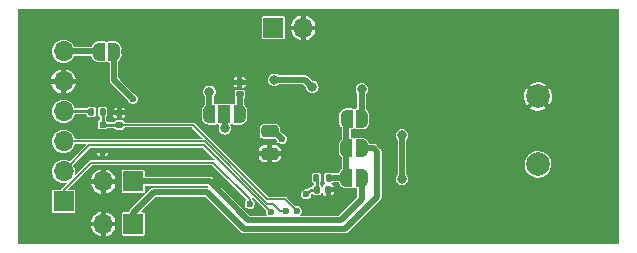
<source format=gbl>
G04 #@! TF.GenerationSoftware,KiCad,Pcbnew,(5.99.0-12840-g99442350a4)*
G04 #@! TF.CreationDate,2021-11-05T14:17:08+01:00*
G04 #@! TF.ProjectId,stknx,73746b6e-782e-46b6-9963-61645f706362,rev?*
G04 #@! TF.SameCoordinates,Original*
G04 #@! TF.FileFunction,Copper,L2,Bot*
G04 #@! TF.FilePolarity,Positive*
%FSLAX46Y46*%
G04 Gerber Fmt 4.6, Leading zero omitted, Abs format (unit mm)*
G04 Created by KiCad (PCBNEW (5.99.0-12840-g99442350a4)) date 2021-11-05 14:17:08*
%MOMM*%
%LPD*%
G01*
G04 APERTURE LIST*
G04 Aperture macros list*
%AMRoundRect*
0 Rectangle with rounded corners*
0 $1 Rounding radius*
0 $2 $3 $4 $5 $6 $7 $8 $9 X,Y pos of 4 corners*
0 Add a 4 corners polygon primitive as box body*
4,1,4,$2,$3,$4,$5,$6,$7,$8,$9,$2,$3,0*
0 Add four circle primitives for the rounded corners*
1,1,$1+$1,$2,$3*
1,1,$1+$1,$4,$5*
1,1,$1+$1,$6,$7*
1,1,$1+$1,$8,$9*
0 Add four rect primitives between the rounded corners*
20,1,$1+$1,$2,$3,$4,$5,0*
20,1,$1+$1,$4,$5,$6,$7,0*
20,1,$1+$1,$6,$7,$8,$9,0*
20,1,$1+$1,$8,$9,$2,$3,0*%
%AMFreePoly0*
4,1,22,0.500000,-0.750000,0.000000,-0.750000,0.000000,-0.745033,-0.079941,-0.743568,-0.215256,-0.701293,-0.333266,-0.622738,-0.424486,-0.514219,-0.481581,-0.384460,-0.499164,-0.250000,-0.500000,-0.250000,-0.500000,0.250000,-0.499164,0.250000,-0.499963,0.256109,-0.478152,0.396186,-0.417904,0.524511,-0.324060,0.630769,-0.204165,0.706417,-0.067858,0.745374,0.000000,0.744959,0.000000,0.750000,
0.500000,0.750000,0.500000,-0.750000,0.500000,-0.750000,$1*%
%AMFreePoly1*
4,1,20,0.000000,0.744959,0.073905,0.744508,0.209726,0.703889,0.328688,0.626782,0.421226,0.519385,0.479903,0.390333,0.500000,0.250000,0.500000,-0.250000,0.499851,-0.262216,0.476331,-0.402017,0.414519,-0.529596,0.319384,-0.634700,0.198574,-0.708877,0.061801,-0.746166,0.000000,-0.745033,0.000000,-0.750000,-0.500000,-0.750000,-0.500000,0.750000,0.000000,0.750000,0.000000,0.744959,
0.000000,0.744959,$1*%
%AMFreePoly2*
4,1,22,0.550000,-0.750000,0.000000,-0.750000,0.000000,-0.745033,-0.079941,-0.743568,-0.215256,-0.701293,-0.333266,-0.622738,-0.424486,-0.514219,-0.481581,-0.384460,-0.499164,-0.250000,-0.500000,-0.250000,-0.500000,0.250000,-0.499164,0.250000,-0.499963,0.256109,-0.478152,0.396186,-0.417904,0.524511,-0.324060,0.630769,-0.204165,0.706417,-0.067858,0.745374,0.000000,0.744959,0.000000,0.750000,
0.550000,0.750000,0.550000,-0.750000,0.550000,-0.750000,$1*%
%AMFreePoly3*
4,1,20,0.000000,0.744959,0.073905,0.744508,0.209726,0.703889,0.328688,0.626782,0.421226,0.519385,0.479903,0.390333,0.500000,0.250000,0.500000,-0.250000,0.499851,-0.262216,0.476331,-0.402017,0.414519,-0.529596,0.319384,-0.634700,0.198574,-0.708877,0.061801,-0.746166,0.000000,-0.745033,0.000000,-0.750000,-0.550000,-0.750000,-0.550000,0.750000,0.000000,0.750000,0.000000,0.744959,
0.000000,0.744959,$1*%
G04 Aperture macros list end*
G04 #@! TA.AperFunction,ComponentPad*
%ADD10R,1.700000X1.700000*%
G04 #@! TD*
G04 #@! TA.AperFunction,ComponentPad*
%ADD11O,1.700000X1.700000*%
G04 #@! TD*
G04 #@! TA.AperFunction,ComponentPad*
%ADD12C,2.000000*%
G04 #@! TD*
G04 #@! TA.AperFunction,SMDPad,CuDef*
%ADD13FreePoly0,0.000000*%
G04 #@! TD*
G04 #@! TA.AperFunction,SMDPad,CuDef*
%ADD14FreePoly1,0.000000*%
G04 #@! TD*
G04 #@! TA.AperFunction,SMDPad,CuDef*
%ADD15RoundRect,0.135000X-0.185000X0.135000X-0.185000X-0.135000X0.185000X-0.135000X0.185000X0.135000X0*%
G04 #@! TD*
G04 #@! TA.AperFunction,SMDPad,CuDef*
%ADD16RoundRect,0.140000X0.140000X0.170000X-0.140000X0.170000X-0.140000X-0.170000X0.140000X-0.170000X0*%
G04 #@! TD*
G04 #@! TA.AperFunction,SMDPad,CuDef*
%ADD17RoundRect,0.250000X0.475000X-0.250000X0.475000X0.250000X-0.475000X0.250000X-0.475000X-0.250000X0*%
G04 #@! TD*
G04 #@! TA.AperFunction,SMDPad,CuDef*
%ADD18RoundRect,0.135000X-0.135000X-0.185000X0.135000X-0.185000X0.135000X0.185000X-0.135000X0.185000X0*%
G04 #@! TD*
G04 #@! TA.AperFunction,SMDPad,CuDef*
%ADD19FreePoly0,180.000000*%
G04 #@! TD*
G04 #@! TA.AperFunction,SMDPad,CuDef*
%ADD20FreePoly1,180.000000*%
G04 #@! TD*
G04 #@! TA.AperFunction,SMDPad,CuDef*
%ADD21RoundRect,0.135000X0.185000X-0.135000X0.185000X0.135000X-0.185000X0.135000X-0.185000X-0.135000X0*%
G04 #@! TD*
G04 #@! TA.AperFunction,SMDPad,CuDef*
%ADD22FreePoly2,0.000000*%
G04 #@! TD*
G04 #@! TA.AperFunction,SMDPad,CuDef*
%ADD23R,1.000000X1.500000*%
G04 #@! TD*
G04 #@! TA.AperFunction,SMDPad,CuDef*
%ADD24FreePoly3,0.000000*%
G04 #@! TD*
G04 #@! TA.AperFunction,SMDPad,CuDef*
%ADD25R,0.500000X0.500000*%
G04 #@! TD*
G04 #@! TA.AperFunction,SMDPad,CuDef*
%ADD26RoundRect,0.140000X-0.140000X-0.170000X0.140000X-0.170000X0.140000X0.170000X-0.140000X0.170000X0*%
G04 #@! TD*
G04 #@! TA.AperFunction,ViaPad*
%ADD27C,0.600000*%
G04 #@! TD*
G04 #@! TA.AperFunction,ViaPad*
%ADD28C,0.800000*%
G04 #@! TD*
G04 #@! TA.AperFunction,Conductor*
%ADD29C,0.500000*%
G04 #@! TD*
G04 #@! TA.AperFunction,Conductor*
%ADD30C,0.250000*%
G04 #@! TD*
G04 #@! TA.AperFunction,Conductor*
%ADD31C,0.150000*%
G04 #@! TD*
G04 APERTURE END LIST*
D10*
X164375000Y-111600000D03*
D11*
X161835000Y-111600000D03*
D10*
X158475000Y-113284000D03*
D11*
X158475000Y-110744000D03*
X158475000Y-108204000D03*
X158475000Y-105664000D03*
X158475000Y-103124000D03*
X158475000Y-100584000D03*
D12*
X198650000Y-110150000D03*
X198650000Y-104400000D03*
D10*
X176225000Y-98600000D03*
D11*
X178765000Y-98600000D03*
D10*
X164375000Y-115200000D03*
D11*
X161835000Y-115200000D03*
D13*
X182432000Y-108794000D03*
D14*
X183732000Y-108794000D03*
D15*
X173400000Y-103190000D03*
X173400000Y-104210000D03*
D13*
X182432000Y-111294000D03*
D14*
X183732000Y-111294000D03*
D16*
X161780000Y-105700000D03*
X160820000Y-105700000D03*
D17*
X175932000Y-109244000D03*
X175932000Y-107344000D03*
D18*
X179890000Y-111300000D03*
X180910000Y-111300000D03*
D13*
X182438000Y-106294000D03*
D14*
X183738000Y-106294000D03*
D19*
X162750000Y-100600000D03*
D20*
X161450000Y-100600000D03*
D21*
X163200000Y-106810000D03*
X163200000Y-105790000D03*
D22*
X170800000Y-105900000D03*
D23*
X172100000Y-105900000D03*
D24*
X173400000Y-105900000D03*
D25*
X161800000Y-106800000D03*
X161800000Y-109000000D03*
D26*
X179920000Y-112300000D03*
X180880000Y-112300000D03*
D27*
X172132000Y-111894000D03*
D28*
X181032000Y-107494000D03*
D27*
X181432000Y-113894000D03*
D28*
X168632000Y-114094000D03*
X192132000Y-103894000D03*
D27*
X161032000Y-109194000D03*
D28*
X165432000Y-109294000D03*
X189129386Y-102184462D03*
D27*
X185232000Y-114594000D03*
X175332000Y-111894000D03*
D28*
X168532000Y-110694000D03*
D27*
X176932000Y-111894000D03*
D28*
X192132000Y-100494000D03*
X188932000Y-113894000D03*
D27*
X175332000Y-110294000D03*
D28*
X191032000Y-108194000D03*
X173232000Y-108894000D03*
X195132000Y-102194000D03*
X162432000Y-104994000D03*
X168532000Y-109294000D03*
D27*
X181532000Y-116394000D03*
X172632000Y-116494000D03*
D28*
X165832000Y-102194000D03*
X168932000Y-105794000D03*
D27*
X176932000Y-110294000D03*
X179132000Y-113594000D03*
D28*
X183732000Y-103794000D03*
X170832000Y-103994000D03*
D27*
X176951500Y-107994000D03*
D28*
X179532000Y-103594000D03*
X176332000Y-102994000D03*
X187132000Y-111394000D03*
X187132000Y-107694000D03*
X172132000Y-107094000D03*
D27*
X179032000Y-112694000D03*
X176532000Y-114894000D03*
X164332000Y-104594000D03*
X178232000Y-114094000D03*
X174232000Y-113494000D03*
X176026351Y-114198106D03*
X177332000Y-114094000D03*
D29*
X183738000Y-106294000D02*
X183738000Y-103800000D01*
X170832000Y-103994000D02*
X170832000Y-105868000D01*
X183738000Y-103800000D02*
X183732000Y-103794000D01*
X170832000Y-105868000D02*
X170800000Y-105900000D01*
X175932000Y-107344000D02*
X176301500Y-107344000D01*
X176301500Y-107344000D02*
X176951500Y-107994000D01*
X177132000Y-102994000D02*
X176332000Y-102994000D01*
X178932000Y-102994000D02*
X179532000Y-103594000D01*
X177132000Y-102994000D02*
X178932000Y-102994000D01*
X187132000Y-111394000D02*
X187132000Y-107694000D01*
X184732000Y-108794000D02*
X183732000Y-108794000D01*
X182332000Y-115594000D02*
X185032000Y-112894000D01*
X164375000Y-114251000D02*
X166132000Y-112494000D01*
X185032000Y-112894000D02*
X185032000Y-109094000D01*
X166132000Y-112494000D02*
X170632000Y-112494000D01*
X173732000Y-115594000D02*
X182332000Y-115594000D01*
X164375000Y-115200000D02*
X164375000Y-114251000D01*
X185032000Y-109094000D02*
X184732000Y-108794000D01*
X170632000Y-112494000D02*
X173732000Y-115594000D01*
X172132000Y-105932000D02*
X172100000Y-105900000D01*
X172132000Y-107094000D02*
X172132000Y-105932000D01*
D30*
X179920000Y-111330000D02*
X179890000Y-111300000D01*
X179920000Y-112300000D02*
X179920000Y-111330000D01*
X179920000Y-112300000D02*
X179426000Y-112300000D01*
X179426000Y-112300000D02*
X179032000Y-112694000D01*
D29*
X162750000Y-103012000D02*
X164332000Y-104594000D01*
X176532000Y-114894000D02*
X181932000Y-114894000D01*
X181932000Y-114894000D02*
X183732000Y-113094000D01*
X164375000Y-111600000D02*
X170838000Y-111600000D01*
X162750000Y-100600000D02*
X162750000Y-103012000D01*
X183732000Y-113094000D02*
X183732000Y-111294000D01*
X174132000Y-114894000D02*
X176532000Y-114894000D01*
X170838000Y-111600000D02*
X174132000Y-114894000D01*
D30*
X163190000Y-106800000D02*
X163200000Y-106810000D01*
D31*
X177232000Y-113094000D02*
X178232000Y-114094000D01*
D30*
X161800000Y-106800000D02*
X161800000Y-105720000D01*
X161800000Y-105720000D02*
X161780000Y-105700000D01*
D31*
X169430092Y-106810000D02*
X175714092Y-113094000D01*
X163200000Y-106810000D02*
X169430092Y-106810000D01*
X175714092Y-113094000D02*
X177232000Y-113094000D01*
D30*
X161800000Y-106800000D02*
X163190000Y-106800000D01*
X158475000Y-105664000D02*
X160784000Y-105664000D01*
X160784000Y-105664000D02*
X160820000Y-105700000D01*
D31*
X160832000Y-109994000D02*
X171132000Y-109994000D01*
X158475000Y-112351000D02*
X160832000Y-109994000D01*
X174232000Y-113094000D02*
X174232000Y-113494000D01*
X158475000Y-113284000D02*
X158475000Y-112351000D01*
X171132000Y-109994000D02*
X174232000Y-113094000D01*
X170386489Y-108548489D02*
X176026351Y-114188351D01*
X176026351Y-114188351D02*
X176026351Y-114198106D01*
X160670511Y-108548489D02*
X170386489Y-108548489D01*
X158475000Y-110744000D02*
X160670511Y-108548489D01*
X170433046Y-108204000D02*
X175723046Y-113494000D01*
X175723046Y-113494000D02*
X176232000Y-113494000D01*
X176232000Y-113494000D02*
X176832000Y-114094000D01*
X176832000Y-114094000D02*
X177332000Y-114094000D01*
X158475000Y-108204000D02*
X170433046Y-108204000D01*
D29*
X161434000Y-100584000D02*
X161450000Y-100600000D01*
X158475000Y-100584000D02*
X161434000Y-100584000D01*
X173400000Y-105900000D02*
X173400000Y-104210000D01*
X180910000Y-111300000D02*
X182426000Y-111300000D01*
X182432000Y-111294000D02*
X182432000Y-108794000D01*
X182426000Y-111300000D02*
X182432000Y-111294000D01*
X182432000Y-108794000D02*
X182432000Y-106300000D01*
X182432000Y-106300000D02*
X182438000Y-106294000D01*
G04 #@! TA.AperFunction,Conductor*
G36*
X205521694Y-96992306D02*
G01*
X205540000Y-97036500D01*
X205540000Y-116831500D01*
X205521694Y-116875694D01*
X205477500Y-116894000D01*
X154694500Y-116894000D01*
X154650306Y-116875694D01*
X154632000Y-116831500D01*
X154632000Y-115407346D01*
X160802093Y-115407346D01*
X160853169Y-115585467D01*
X160855406Y-115591117D01*
X160946734Y-115768823D01*
X160950034Y-115773943D01*
X161074140Y-115930526D01*
X161078368Y-115934904D01*
X161230522Y-116064397D01*
X161235518Y-116067869D01*
X161409931Y-116165346D01*
X161415508Y-116167782D01*
X161605527Y-116229522D01*
X161611475Y-116230830D01*
X161622654Y-116232164D01*
X161631816Y-116229589D01*
X161635000Y-116223915D01*
X161635000Y-116221934D01*
X162035000Y-116221934D01*
X162038641Y-116230724D01*
X162042426Y-116232292D01*
X162213604Y-116184498D01*
X162219267Y-116182301D01*
X162397621Y-116092208D01*
X162402743Y-116088958D01*
X162560197Y-115965940D01*
X162564601Y-115961747D01*
X162695156Y-115810497D01*
X162698663Y-115805526D01*
X162797356Y-115631795D01*
X162799828Y-115626242D01*
X162862898Y-115436651D01*
X162864245Y-115430720D01*
X162866568Y-115412334D01*
X162864057Y-115403156D01*
X162858523Y-115400000D01*
X162047431Y-115400000D01*
X162038641Y-115403641D01*
X162035000Y-115412431D01*
X162035000Y-116221934D01*
X161635000Y-116221934D01*
X161635000Y-115412431D01*
X161631359Y-115403641D01*
X161622569Y-115400000D01*
X160812418Y-115400000D01*
X160803628Y-115403641D01*
X160802093Y-115407346D01*
X154632000Y-115407346D01*
X154632000Y-114987645D01*
X160802189Y-114987645D01*
X160804828Y-114996789D01*
X160810645Y-115000000D01*
X161622569Y-115000000D01*
X161631359Y-114996359D01*
X161635000Y-114987569D01*
X162035000Y-114987569D01*
X162038641Y-114996359D01*
X162047431Y-115000000D01*
X162858040Y-115000000D01*
X162866830Y-114996359D01*
X162868882Y-114991406D01*
X162811356Y-114800872D01*
X162809034Y-114795238D01*
X162715234Y-114618825D01*
X162711868Y-114613760D01*
X162585587Y-114458923D01*
X162581299Y-114454605D01*
X162427351Y-114327248D01*
X162422302Y-114323843D01*
X162246554Y-114228817D01*
X162240936Y-114226455D01*
X162050075Y-114167373D01*
X162046714Y-114166684D01*
X162038241Y-114169193D01*
X162035000Y-114175163D01*
X162035000Y-114987569D01*
X161635000Y-114987569D01*
X161635000Y-114176714D01*
X161631359Y-114167924D01*
X161627733Y-114166422D01*
X161442688Y-114220884D01*
X161437056Y-114223160D01*
X161259981Y-114315732D01*
X161254899Y-114319058D01*
X161099181Y-114444258D01*
X161094833Y-114448516D01*
X160966402Y-114601574D01*
X160962965Y-114606594D01*
X160866712Y-114781678D01*
X160864313Y-114787276D01*
X160803899Y-114977723D01*
X160802635Y-114983668D01*
X160802189Y-114987645D01*
X154632000Y-114987645D01*
X154632000Y-110730286D01*
X157492866Y-110730286D01*
X157496321Y-110771425D01*
X157505891Y-110885390D01*
X157508907Y-110921311D01*
X157561746Y-111105583D01*
X157603730Y-111187276D01*
X157647603Y-111272643D01*
X157649370Y-111276082D01*
X157768443Y-111426314D01*
X157770773Y-111428297D01*
X157896720Y-111535486D01*
X157914428Y-111550557D01*
X157917092Y-111552046D01*
X157917095Y-111552048D01*
X158074003Y-111639741D01*
X158081765Y-111644079D01*
X158084669Y-111645023D01*
X158084670Y-111645023D01*
X158261168Y-111702371D01*
X158261173Y-111702372D01*
X158264081Y-111703317D01*
X158454430Y-111726015D01*
X158457472Y-111725781D01*
X158457475Y-111725781D01*
X158642514Y-111711543D01*
X158642519Y-111711542D01*
X158645562Y-111711308D01*
X158669644Y-111704584D01*
X158717133Y-111710331D01*
X158746650Y-111747974D01*
X158740903Y-111795463D01*
X158730646Y-111808976D01*
X158363771Y-112175851D01*
X158357166Y-112180532D01*
X158357552Y-112181017D01*
X158352041Y-112185400D01*
X158345699Y-112188446D01*
X158341306Y-112193940D01*
X158341304Y-112193941D01*
X158325994Y-112213086D01*
X158321377Y-112218245D01*
X158315667Y-112223955D01*
X158313802Y-112226923D01*
X158313800Y-112226925D01*
X158311556Y-112230496D01*
X158307451Y-112236272D01*
X158292392Y-112255102D01*
X158292390Y-112255106D01*
X158287997Y-112260599D01*
X158286420Y-112267456D01*
X158284610Y-112271201D01*
X158248895Y-112303023D01*
X158228340Y-112306500D01*
X157612442Y-112306500D01*
X157609431Y-112307099D01*
X157581287Y-112312697D01*
X157581285Y-112312698D01*
X157575252Y-112313898D01*
X157533078Y-112342078D01*
X157504898Y-112384252D01*
X157497500Y-112421442D01*
X157497500Y-114146558D01*
X157498099Y-114149569D01*
X157503499Y-114176714D01*
X157504898Y-114183748D01*
X157533078Y-114225922D01*
X157575252Y-114254102D01*
X157581285Y-114255302D01*
X157581287Y-114255303D01*
X157601558Y-114259335D01*
X157612442Y-114261500D01*
X159337558Y-114261500D01*
X159348442Y-114259335D01*
X159368713Y-114255303D01*
X159368715Y-114255302D01*
X159374748Y-114254102D01*
X159416922Y-114225922D01*
X159445102Y-114183748D01*
X159446502Y-114176714D01*
X159451901Y-114149569D01*
X159452500Y-114146558D01*
X159452500Y-112421442D01*
X159445102Y-112384252D01*
X159416922Y-112342078D01*
X159374748Y-112313898D01*
X159368715Y-112312698D01*
X159368713Y-112312697D01*
X159340569Y-112307099D01*
X159337558Y-112306500D01*
X158956766Y-112306500D01*
X158912572Y-112288194D01*
X158894266Y-112244000D01*
X158912572Y-112199806D01*
X159305032Y-111807346D01*
X160802093Y-111807346D01*
X160853169Y-111985467D01*
X160855406Y-111991117D01*
X160946734Y-112168823D01*
X160950034Y-112173943D01*
X161074140Y-112330526D01*
X161078368Y-112334904D01*
X161230522Y-112464397D01*
X161235518Y-112467869D01*
X161409931Y-112565346D01*
X161415508Y-112567782D01*
X161605527Y-112629522D01*
X161611475Y-112630830D01*
X161622654Y-112632164D01*
X161631816Y-112629589D01*
X161635000Y-112623915D01*
X161635000Y-112621934D01*
X162035000Y-112621934D01*
X162038641Y-112630724D01*
X162042426Y-112632292D01*
X162213604Y-112584498D01*
X162219267Y-112582301D01*
X162397621Y-112492208D01*
X162402743Y-112488958D01*
X162560197Y-112365940D01*
X162564601Y-112361747D01*
X162695156Y-112210497D01*
X162698663Y-112205526D01*
X162797356Y-112031795D01*
X162799828Y-112026242D01*
X162862898Y-111836651D01*
X162864245Y-111830720D01*
X162866568Y-111812334D01*
X162864057Y-111803156D01*
X162858523Y-111800000D01*
X162047431Y-111800000D01*
X162038641Y-111803641D01*
X162035000Y-111812431D01*
X162035000Y-112621934D01*
X161635000Y-112621934D01*
X161635000Y-111812431D01*
X161631359Y-111803641D01*
X161622569Y-111800000D01*
X160812418Y-111800000D01*
X160803628Y-111803641D01*
X160802093Y-111807346D01*
X159305032Y-111807346D01*
X159724733Y-111387645D01*
X160802189Y-111387645D01*
X160804828Y-111396789D01*
X160810645Y-111400000D01*
X161622569Y-111400000D01*
X161631359Y-111396359D01*
X161635000Y-111387569D01*
X162035000Y-111387569D01*
X162038641Y-111396359D01*
X162047431Y-111400000D01*
X162858040Y-111400000D01*
X162866830Y-111396359D01*
X162868882Y-111391406D01*
X162811356Y-111200872D01*
X162809034Y-111195238D01*
X162715234Y-111018825D01*
X162711868Y-111013760D01*
X162585587Y-110858923D01*
X162581299Y-110854605D01*
X162427351Y-110727248D01*
X162422302Y-110723843D01*
X162246554Y-110628817D01*
X162240936Y-110626455D01*
X162050075Y-110567373D01*
X162046714Y-110566684D01*
X162038241Y-110569193D01*
X162035000Y-110575163D01*
X162035000Y-111387569D01*
X161635000Y-111387569D01*
X161635000Y-110576714D01*
X161631359Y-110567924D01*
X161627733Y-110566422D01*
X161442688Y-110620884D01*
X161437056Y-110623160D01*
X161259981Y-110715732D01*
X161254899Y-110719058D01*
X161099181Y-110844258D01*
X161094833Y-110848516D01*
X160966402Y-111001574D01*
X160962965Y-111006594D01*
X160866712Y-111181678D01*
X160864313Y-111187276D01*
X160803899Y-111377723D01*
X160802635Y-111383668D01*
X160802189Y-111387645D01*
X159724733Y-111387645D01*
X160897572Y-110214806D01*
X160941766Y-110196500D01*
X171022234Y-110196500D01*
X171066428Y-110214806D01*
X173940856Y-113089234D01*
X173959162Y-113133428D01*
X173943508Y-113174801D01*
X173871018Y-113256879D01*
X173869126Y-113260909D01*
X173820868Y-113363695D01*
X173820867Y-113363698D01*
X173818976Y-113367726D01*
X173800136Y-113488724D01*
X173800713Y-113493137D01*
X173800713Y-113493138D01*
X173805255Y-113527870D01*
X173816014Y-113610145D01*
X173817807Y-113614220D01*
X173854904Y-113698528D01*
X173865333Y-113722230D01*
X173879272Y-113738813D01*
X173935783Y-113806041D01*
X173944127Y-113815968D01*
X173947832Y-113818434D01*
X173947834Y-113818436D01*
X174012239Y-113861307D01*
X174046064Y-113883823D01*
X174162948Y-113920340D01*
X174167398Y-113920422D01*
X174167401Y-113920422D01*
X174217074Y-113921332D01*
X174285383Y-113922584D01*
X174338088Y-113908215D01*
X174399226Y-113891548D01*
X174399229Y-113891547D01*
X174403527Y-113890375D01*
X174407323Y-113888044D01*
X174407326Y-113888043D01*
X174504083Y-113828633D01*
X174507881Y-113826301D01*
X174590058Y-113735513D01*
X174643451Y-113625311D01*
X174646003Y-113610145D01*
X174663367Y-113506928D01*
X174663767Y-113504552D01*
X174663896Y-113494000D01*
X174646536Y-113372781D01*
X174603613Y-113278377D01*
X174597696Y-113265362D01*
X174597695Y-113265360D01*
X174595852Y-113261307D01*
X174515918Y-113168539D01*
X174463311Y-113134441D01*
X174436182Y-113095042D01*
X174435188Y-113088898D01*
X174434883Y-113086154D01*
X174434500Y-113079250D01*
X174434500Y-113071169D01*
X174432779Y-113063625D01*
X174431599Y-113056651D01*
X174429188Y-113034983D01*
X174442495Y-112989035D01*
X174484393Y-112965954D01*
X174530341Y-112979261D01*
X174535499Y-112983877D01*
X175592246Y-114040624D01*
X175610552Y-114084818D01*
X175609808Y-114094431D01*
X175594487Y-114192830D01*
X175595064Y-114197243D01*
X175595064Y-114197244D01*
X175596922Y-114211448D01*
X175610365Y-114314251D01*
X175612158Y-114318326D01*
X175659684Y-114426336D01*
X175658093Y-114427036D01*
X175664901Y-114468168D01*
X175637053Y-114507062D01*
X175604028Y-114516500D01*
X174314254Y-114516500D01*
X174270060Y-114498194D01*
X171138133Y-111366267D01*
X171129821Y-111355975D01*
X171123877Y-111346769D01*
X171123876Y-111346768D01*
X171121072Y-111342425D01*
X171117013Y-111339225D01*
X171117011Y-111339223D01*
X171091931Y-111319452D01*
X171086430Y-111314564D01*
X171082757Y-111310891D01*
X171080665Y-111309396D01*
X171080659Y-111309391D01*
X171065922Y-111298860D01*
X171063589Y-111297108D01*
X171022377Y-111264620D01*
X171017499Y-111262907D01*
X171014079Y-111261027D01*
X171010577Y-111259312D01*
X171006373Y-111256307D01*
X170956100Y-111241273D01*
X170953299Y-111240362D01*
X170903801Y-111222979D01*
X170899883Y-111222640D01*
X170899880Y-111222639D01*
X170899734Y-111222627D01*
X170898270Y-111222500D01*
X170897969Y-111222500D01*
X170893927Y-111222158D01*
X170890914Y-111221777D01*
X170885967Y-111220298D01*
X170831145Y-111222452D01*
X170828691Y-111222500D01*
X165415000Y-111222500D01*
X165370806Y-111204194D01*
X165352500Y-111160000D01*
X165352500Y-110737442D01*
X165351494Y-110732384D01*
X165346303Y-110706287D01*
X165346302Y-110706285D01*
X165345102Y-110700252D01*
X165316922Y-110658078D01*
X165274748Y-110629898D01*
X165268715Y-110628698D01*
X165268713Y-110628697D01*
X165240569Y-110623099D01*
X165237558Y-110622500D01*
X163512442Y-110622500D01*
X163509431Y-110623099D01*
X163481287Y-110628697D01*
X163481285Y-110628698D01*
X163475252Y-110629898D01*
X163433078Y-110658078D01*
X163404898Y-110700252D01*
X163403698Y-110706285D01*
X163403697Y-110706287D01*
X163398506Y-110732384D01*
X163397500Y-110737442D01*
X163397500Y-112462558D01*
X163398099Y-112465569D01*
X163402752Y-112488958D01*
X163404898Y-112499748D01*
X163433078Y-112541922D01*
X163475252Y-112570102D01*
X163481285Y-112571302D01*
X163481287Y-112571303D01*
X163507384Y-112576494D01*
X163512442Y-112577500D01*
X165237558Y-112577500D01*
X165242616Y-112576494D01*
X165268713Y-112571303D01*
X165268715Y-112571302D01*
X165274748Y-112570102D01*
X165316922Y-112541922D01*
X165345102Y-112499748D01*
X165347249Y-112488958D01*
X165351901Y-112465569D01*
X165352500Y-112462558D01*
X165352500Y-112040000D01*
X165370806Y-111995806D01*
X165415000Y-111977500D01*
X170655747Y-111977500D01*
X170699941Y-111995806D01*
X170712162Y-112008027D01*
X170730468Y-112052221D01*
X170712162Y-112096415D01*
X170670422Y-112114673D01*
X170659555Y-112115100D01*
X170634944Y-112116067D01*
X170625145Y-112116452D01*
X170622691Y-112116500D01*
X166178952Y-112116500D01*
X166165799Y-112115100D01*
X166150029Y-112111705D01*
X166144899Y-112112312D01*
X166144897Y-112112312D01*
X166113174Y-112116067D01*
X166105828Y-112116500D01*
X166100638Y-112116500D01*
X166080228Y-112119897D01*
X166077345Y-112120307D01*
X166025225Y-112126476D01*
X166020568Y-112128713D01*
X166016837Y-112129797D01*
X166013132Y-112131065D01*
X166008030Y-112131914D01*
X165961840Y-112156837D01*
X165959225Y-112158169D01*
X165915482Y-112179174D01*
X165915480Y-112179175D01*
X165911934Y-112180878D01*
X165907684Y-112184450D01*
X165907463Y-112184671D01*
X165904368Y-112187283D01*
X165901977Y-112189137D01*
X165897428Y-112191592D01*
X165893919Y-112195388D01*
X165860189Y-112231877D01*
X165858488Y-112233646D01*
X164141267Y-113950867D01*
X164130975Y-113959179D01*
X164117425Y-113967928D01*
X164114225Y-113971987D01*
X164114223Y-113971989D01*
X164094452Y-113997069D01*
X164089564Y-114002570D01*
X164085891Y-114006243D01*
X164084396Y-114008335D01*
X164084391Y-114008341D01*
X164073860Y-114023078D01*
X164072108Y-114025411D01*
X164039620Y-114066623D01*
X164037907Y-114071501D01*
X164036027Y-114074921D01*
X164034312Y-114078423D01*
X164031307Y-114082627D01*
X164024040Y-114106928D01*
X164016273Y-114132899D01*
X164015362Y-114135701D01*
X164001504Y-114175163D01*
X163999556Y-114180709D01*
X163967641Y-114216341D01*
X163940587Y-114222500D01*
X163512442Y-114222500D01*
X163509431Y-114223099D01*
X163481287Y-114228697D01*
X163481285Y-114228698D01*
X163475252Y-114229898D01*
X163433078Y-114258078D01*
X163404898Y-114300252D01*
X163403698Y-114306285D01*
X163403697Y-114306287D01*
X163401157Y-114319058D01*
X163397500Y-114337442D01*
X163397500Y-116062558D01*
X163398099Y-116065569D01*
X163402752Y-116088958D01*
X163404898Y-116099748D01*
X163433078Y-116141922D01*
X163475252Y-116170102D01*
X163481285Y-116171302D01*
X163481287Y-116171303D01*
X163507384Y-116176494D01*
X163512442Y-116177500D01*
X165237558Y-116177500D01*
X165242616Y-116176494D01*
X165268713Y-116171303D01*
X165268715Y-116171302D01*
X165274748Y-116170102D01*
X165316922Y-116141922D01*
X165345102Y-116099748D01*
X165347249Y-116088958D01*
X165351901Y-116065569D01*
X165352500Y-116062558D01*
X165352500Y-114337442D01*
X165348843Y-114319058D01*
X165346303Y-114306287D01*
X165346302Y-114306285D01*
X165345102Y-114300252D01*
X165316922Y-114258078D01*
X165274748Y-114229898D01*
X165268715Y-114228698D01*
X165268713Y-114228697D01*
X165240569Y-114223099D01*
X165237558Y-114222500D01*
X165088253Y-114222500D01*
X165044059Y-114204194D01*
X165025753Y-114160000D01*
X165044059Y-114115806D01*
X165652938Y-113506928D01*
X166270060Y-112889806D01*
X166314254Y-112871500D01*
X170449747Y-112871500D01*
X170493941Y-112889806D01*
X173431867Y-115827733D01*
X173440179Y-115838025D01*
X173448928Y-115851575D01*
X173452987Y-115854775D01*
X173452989Y-115854777D01*
X173478069Y-115874548D01*
X173483570Y-115879436D01*
X173487243Y-115883109D01*
X173489335Y-115884604D01*
X173489341Y-115884609D01*
X173504078Y-115895140D01*
X173506411Y-115896892D01*
X173547623Y-115929380D01*
X173552501Y-115931093D01*
X173555921Y-115932973D01*
X173559423Y-115934688D01*
X173563627Y-115937693D01*
X173613899Y-115952727D01*
X173616701Y-115953638D01*
X173666199Y-115971021D01*
X173670117Y-115971360D01*
X173670120Y-115971361D01*
X173670266Y-115971373D01*
X173671730Y-115971500D01*
X173672031Y-115971500D01*
X173676073Y-115971842D01*
X173679086Y-115972223D01*
X173684033Y-115973702D01*
X173738856Y-115971548D01*
X173741309Y-115971500D01*
X182285048Y-115971500D01*
X182298201Y-115972900D01*
X182313971Y-115976295D01*
X182319101Y-115975688D01*
X182319103Y-115975688D01*
X182350826Y-115971933D01*
X182358172Y-115971500D01*
X182363362Y-115971500D01*
X182383772Y-115968103D01*
X182386655Y-115967693D01*
X182438775Y-115961524D01*
X182443432Y-115959287D01*
X182447163Y-115958203D01*
X182450868Y-115956935D01*
X182455970Y-115956086D01*
X182502160Y-115931163D01*
X182504775Y-115929831D01*
X182548521Y-115908825D01*
X182548525Y-115908822D01*
X182552066Y-115907122D01*
X182555139Y-115904538D01*
X182555282Y-115904419D01*
X182555290Y-115904412D01*
X182556315Y-115903550D01*
X182556528Y-115903337D01*
X182559627Y-115900721D01*
X182562023Y-115898862D01*
X182566572Y-115896408D01*
X182603823Y-115856110D01*
X182605524Y-115854341D01*
X185265730Y-113194135D01*
X185276022Y-113185823D01*
X185285231Y-113179877D01*
X185285232Y-113179876D01*
X185289575Y-113177072D01*
X185312559Y-113147917D01*
X185317440Y-113142425D01*
X185321109Y-113138756D01*
X185333145Y-113121914D01*
X185334883Y-113119599D01*
X185367380Y-113078377D01*
X185369093Y-113073500D01*
X185370982Y-113070063D01*
X185372690Y-113066576D01*
X185375694Y-113062373D01*
X185390735Y-113012076D01*
X185391642Y-113009287D01*
X185398755Y-112989035D01*
X185409021Y-112959801D01*
X185409500Y-112954270D01*
X185409500Y-112953969D01*
X185409842Y-112949927D01*
X185410223Y-112946914D01*
X185411702Y-112941967D01*
X185409548Y-112887144D01*
X185409500Y-112884691D01*
X185409500Y-111394000D01*
X186599948Y-111394000D01*
X186600483Y-111398064D01*
X186617428Y-111526772D01*
X186618077Y-111531705D01*
X186619643Y-111535485D01*
X186619643Y-111535486D01*
X186636723Y-111576720D01*
X186671229Y-111660026D01*
X186673722Y-111663275D01*
X186750593Y-111763455D01*
X186755782Y-111770218D01*
X186759027Y-111772708D01*
X186762859Y-111775648D01*
X186865974Y-111854771D01*
X186869757Y-111856338D01*
X186980020Y-111902010D01*
X186994295Y-111907923D01*
X186998351Y-111908457D01*
X186998355Y-111908458D01*
X187127936Y-111925517D01*
X187132000Y-111926052D01*
X187136064Y-111925517D01*
X187265645Y-111908458D01*
X187265649Y-111908457D01*
X187269705Y-111907923D01*
X187283981Y-111902010D01*
X187394243Y-111856338D01*
X187398026Y-111854771D01*
X187501142Y-111775648D01*
X187504973Y-111772708D01*
X187508218Y-111770218D01*
X187513407Y-111763455D01*
X187590278Y-111663275D01*
X187592771Y-111660026D01*
X187627277Y-111576720D01*
X187644357Y-111535486D01*
X187644357Y-111535485D01*
X187645923Y-111531705D01*
X187646573Y-111526772D01*
X187663517Y-111398064D01*
X187664052Y-111394000D01*
X187651527Y-111298860D01*
X187646458Y-111260355D01*
X187646457Y-111260351D01*
X187645923Y-111256295D01*
X187643367Y-111250123D01*
X187594338Y-111131757D01*
X187592771Y-111127974D01*
X187558402Y-111083183D01*
X187522415Y-111036284D01*
X187509500Y-110998236D01*
X187509500Y-110120359D01*
X197518058Y-110120359D01*
X197531611Y-110327135D01*
X197532317Y-110329915D01*
X197572415Y-110487800D01*
X197582619Y-110527980D01*
X197669373Y-110716165D01*
X197671023Y-110718500D01*
X197671025Y-110718503D01*
X197762840Y-110848417D01*
X197788970Y-110885390D01*
X197937402Y-111029986D01*
X198109699Y-111145111D01*
X198300091Y-111226910D01*
X198302877Y-111227540D01*
X198302882Y-111227542D01*
X198499411Y-111272012D01*
X198499414Y-111272012D01*
X198502201Y-111272643D01*
X198593531Y-111276231D01*
X198706402Y-111280666D01*
X198706406Y-111280666D01*
X198709262Y-111280778D01*
X198914337Y-111251044D01*
X199110560Y-111184435D01*
X199291359Y-111083183D01*
X199450678Y-110950678D01*
X199583183Y-110791359D01*
X199684435Y-110610560D01*
X199751044Y-110414337D01*
X199763284Y-110329915D01*
X199780515Y-110211078D01*
X199780515Y-110211073D01*
X199780778Y-110209262D01*
X199782330Y-110150000D01*
X199779607Y-110120359D01*
X199763631Y-109946504D01*
X199763369Y-109943649D01*
X199762441Y-109940358D01*
X199707899Y-109746966D01*
X199707897Y-109746962D01*
X199707121Y-109744209D01*
X199615470Y-109558359D01*
X199598643Y-109535825D01*
X199493202Y-109394622D01*
X199493201Y-109394620D01*
X199491485Y-109392323D01*
X199339319Y-109251662D01*
X199164067Y-109141087D01*
X198971599Y-109064300D01*
X198968793Y-109063742D01*
X198968790Y-109063741D01*
X198771167Y-109024431D01*
X198771165Y-109024431D01*
X198768361Y-109023873D01*
X198670846Y-109022597D01*
X198564020Y-109021198D01*
X198564015Y-109021198D01*
X198561158Y-109021161D01*
X198558337Y-109021646D01*
X198558333Y-109021646D01*
X198455407Y-109039332D01*
X198356931Y-109056253D01*
X198354243Y-109057245D01*
X198354238Y-109057246D01*
X198165207Y-109126984D01*
X198165204Y-109126985D01*
X198162519Y-109127976D01*
X198160059Y-109129439D01*
X198160058Y-109129440D01*
X198142263Y-109140027D01*
X197984433Y-109233926D01*
X197958960Y-109256265D01*
X197836918Y-109363293D01*
X197828637Y-109370555D01*
X197826861Y-109372808D01*
X197826860Y-109372809D01*
X197794616Y-109413711D01*
X197700348Y-109533289D01*
X197656189Y-109617221D01*
X197617597Y-109690573D01*
X197603863Y-109716676D01*
X197603016Y-109719403D01*
X197603015Y-109719406D01*
X197550272Y-109889268D01*
X197542414Y-109914575D01*
X197518058Y-110120359D01*
X187509500Y-110120359D01*
X187509500Y-108089764D01*
X187522415Y-108051716D01*
X187590278Y-107963275D01*
X187592771Y-107960026D01*
X187628909Y-107872781D01*
X187644357Y-107835486D01*
X187644357Y-107835485D01*
X187645923Y-107831705D01*
X187647407Y-107820437D01*
X187663517Y-107698064D01*
X187664052Y-107694000D01*
X187659634Y-107660442D01*
X187646458Y-107560355D01*
X187646457Y-107560351D01*
X187645923Y-107556295D01*
X187626722Y-107509938D01*
X187594338Y-107431757D01*
X187592771Y-107427974D01*
X187508218Y-107317782D01*
X187398026Y-107233229D01*
X187384545Y-107227645D01*
X187273486Y-107181643D01*
X187273485Y-107181643D01*
X187269705Y-107180077D01*
X187265649Y-107179543D01*
X187265645Y-107179542D01*
X187136064Y-107162483D01*
X187132000Y-107161948D01*
X187127936Y-107162483D01*
X186998355Y-107179542D01*
X186998351Y-107179543D01*
X186994295Y-107180077D01*
X186990515Y-107181643D01*
X186990514Y-107181643D01*
X186879455Y-107227645D01*
X186865974Y-107233229D01*
X186755782Y-107317782D01*
X186671229Y-107427974D01*
X186669662Y-107431757D01*
X186637279Y-107509938D01*
X186618077Y-107556295D01*
X186617543Y-107560351D01*
X186617542Y-107560355D01*
X186604366Y-107660442D01*
X186599948Y-107694000D01*
X186600483Y-107698064D01*
X186616594Y-107820437D01*
X186618077Y-107831705D01*
X186619643Y-107835485D01*
X186619643Y-107835486D01*
X186635091Y-107872781D01*
X186671229Y-107960026D01*
X186673722Y-107963275D01*
X186741585Y-108051716D01*
X186754500Y-108089764D01*
X186754500Y-110998236D01*
X186741585Y-111036284D01*
X186705598Y-111083183D01*
X186671229Y-111127974D01*
X186669662Y-111131757D01*
X186620634Y-111250123D01*
X186618077Y-111256295D01*
X186617543Y-111260351D01*
X186617542Y-111260355D01*
X186612473Y-111298860D01*
X186599948Y-111394000D01*
X185409500Y-111394000D01*
X185409500Y-109140952D01*
X185410900Y-109127797D01*
X185411075Y-109126984D01*
X185414295Y-109112029D01*
X185412501Y-109096865D01*
X185409933Y-109075174D01*
X185409500Y-109067828D01*
X185409500Y-109062638D01*
X185406103Y-109042228D01*
X185405691Y-109039332D01*
X185404063Y-109025571D01*
X185399524Y-108987225D01*
X185397287Y-108982568D01*
X185396203Y-108978837D01*
X185394935Y-108975132D01*
X185394086Y-108970030D01*
X185369163Y-108923840D01*
X185367831Y-108921225D01*
X185346826Y-108877482D01*
X185346825Y-108877480D01*
X185345122Y-108873934D01*
X185341550Y-108869684D01*
X185341329Y-108869463D01*
X185338717Y-108866368D01*
X185336863Y-108863977D01*
X185334408Y-108859428D01*
X185294123Y-108822189D01*
X185292354Y-108820488D01*
X185032133Y-108560267D01*
X185023821Y-108549975D01*
X185017877Y-108540769D01*
X185017876Y-108540768D01*
X185015072Y-108536425D01*
X185011013Y-108533225D01*
X185011011Y-108533223D01*
X184985931Y-108513452D01*
X184980430Y-108508564D01*
X184976757Y-108504891D01*
X184974665Y-108503396D01*
X184974659Y-108503391D01*
X184959922Y-108492860D01*
X184957589Y-108491108D01*
X184916377Y-108458620D01*
X184911499Y-108456907D01*
X184908079Y-108455027D01*
X184904577Y-108453312D01*
X184900373Y-108450307D01*
X184850100Y-108435273D01*
X184847299Y-108434362D01*
X184820088Y-108424806D01*
X184797801Y-108416979D01*
X184793883Y-108416640D01*
X184793880Y-108416639D01*
X184793734Y-108416627D01*
X184792270Y-108416500D01*
X184791969Y-108416500D01*
X184787927Y-108416158D01*
X184784914Y-108415777D01*
X184779967Y-108414298D01*
X184725145Y-108416452D01*
X184722691Y-108416500D01*
X184401928Y-108416500D01*
X184357734Y-108398194D01*
X184341940Y-108371541D01*
X184335803Y-108350553D01*
X184335801Y-108350548D01*
X184335178Y-108348417D01*
X184332803Y-108343192D01*
X184276818Y-108220061D01*
X184276817Y-108220059D01*
X184275898Y-108218038D01*
X184256040Y-108186987D01*
X184162550Y-108078486D01*
X184158472Y-108074928D01*
X184151157Y-108068547D01*
X184134775Y-108054256D01*
X184014590Y-107976356D01*
X183981130Y-107960895D01*
X183843912Y-107919859D01*
X183807459Y-107914411D01*
X183805246Y-107914397D01*
X183805240Y-107914397D01*
X183734879Y-107913968D01*
X183664238Y-107913536D01*
X183662037Y-107913837D01*
X183661537Y-107913870D01*
X183657477Y-107914002D01*
X183232000Y-107914002D01*
X183228989Y-107914601D01*
X183188287Y-107922697D01*
X183188285Y-107922698D01*
X183182252Y-107923898D01*
X183140078Y-107952078D01*
X183136659Y-107957195D01*
X183133967Y-107961224D01*
X183094194Y-107987800D01*
X183047277Y-107978468D01*
X183030033Y-107961224D01*
X183027341Y-107957195D01*
X183023922Y-107952078D01*
X182981748Y-107923898D01*
X182975715Y-107922698D01*
X182975713Y-107922697D01*
X182935011Y-107914601D01*
X182932000Y-107914002D01*
X182872000Y-107914002D01*
X182827806Y-107895696D01*
X182809500Y-107851502D01*
X182809500Y-107236498D01*
X182827806Y-107192304D01*
X182872000Y-107173998D01*
X182938000Y-107173998D01*
X182951548Y-107171303D01*
X182981713Y-107165303D01*
X182981715Y-107165302D01*
X182987748Y-107164102D01*
X183029922Y-107135922D01*
X183036033Y-107126776D01*
X183075806Y-107100200D01*
X183122723Y-107109532D01*
X183139966Y-107126775D01*
X183146078Y-107135922D01*
X183188252Y-107164102D01*
X183194285Y-107165302D01*
X183194287Y-107165303D01*
X183224452Y-107171303D01*
X183238000Y-107173998D01*
X183729427Y-107173998D01*
X183730572Y-107174008D01*
X183798053Y-107175245D01*
X183834630Y-107170689D01*
X183836775Y-107170104D01*
X183836781Y-107170103D01*
X183940144Y-107141922D01*
X183972810Y-107133016D01*
X184006636Y-107118378D01*
X184008517Y-107117223D01*
X184008521Y-107117221D01*
X184126798Y-107044599D01*
X184126803Y-107044595D01*
X184128688Y-107043438D01*
X184157047Y-107019895D01*
X184253161Y-106913711D01*
X184273772Y-106883153D01*
X184277048Y-106876393D01*
X184335248Y-106756265D01*
X184336219Y-106754261D01*
X184343744Y-106730682D01*
X184346750Y-106721264D01*
X184346751Y-106721260D01*
X184347425Y-106719148D01*
X184371187Y-106577910D01*
X184372979Y-106557932D01*
X184373130Y-106545590D01*
X184371827Y-106525571D01*
X184370719Y-106517830D01*
X184368629Y-106503240D01*
X184367998Y-106494380D01*
X184367998Y-106102087D01*
X184368864Y-106091718D01*
X184370057Y-106084626D01*
X184371187Y-106077910D01*
X184372979Y-106057932D01*
X184373130Y-106045590D01*
X184371827Y-106025571D01*
X184371409Y-106022648D01*
X184351838Y-105885995D01*
X184351523Y-105883794D01*
X184341178Y-105848417D01*
X184338803Y-105843192D01*
X184282818Y-105720061D01*
X184282817Y-105720059D01*
X184281898Y-105718038D01*
X184262040Y-105686987D01*
X184168550Y-105578486D01*
X184164472Y-105574928D01*
X184142458Y-105555724D01*
X184142456Y-105555723D01*
X184140775Y-105554256D01*
X184140211Y-105553890D01*
X184116103Y-105512908D01*
X184115500Y-105504246D01*
X184115500Y-105378504D01*
X197959488Y-105378504D01*
X197961459Y-105383261D01*
X198072577Y-105457509D01*
X198077587Y-105460229D01*
X198274964Y-105545028D01*
X198280381Y-105546788D01*
X198489908Y-105594200D01*
X198495556Y-105594943D01*
X198710212Y-105603377D01*
X198715907Y-105603078D01*
X198928499Y-105572254D01*
X198934048Y-105570922D01*
X199137461Y-105501872D01*
X199142674Y-105499551D01*
X199330097Y-105394589D01*
X199334805Y-105391353D01*
X199338189Y-105388539D01*
X199342619Y-105380119D01*
X199340522Y-105373365D01*
X198658790Y-104691633D01*
X198650000Y-104687992D01*
X198641210Y-104691633D01*
X197963129Y-105369714D01*
X197959488Y-105378504D01*
X184115500Y-105378504D01*
X184115500Y-104371317D01*
X197445460Y-104371317D01*
X197459508Y-104585663D01*
X197460402Y-104591306D01*
X197513278Y-104799505D01*
X197515185Y-104804889D01*
X197605117Y-104999966D01*
X197607973Y-105004913D01*
X197664678Y-105085149D01*
X197672726Y-105090227D01*
X197678159Y-105088998D01*
X198358367Y-104408790D01*
X198362008Y-104400000D01*
X198937992Y-104400000D01*
X198941633Y-104408790D01*
X199621800Y-105088957D01*
X199630590Y-105092598D01*
X199637123Y-105089892D01*
X199641353Y-105084805D01*
X199644589Y-105080097D01*
X199749551Y-104892674D01*
X199751872Y-104887461D01*
X199820922Y-104684048D01*
X199822254Y-104678499D01*
X199853226Y-104464888D01*
X199853537Y-104461243D01*
X199855093Y-104401826D01*
X199854974Y-104398179D01*
X199835223Y-104183235D01*
X199834182Y-104177617D01*
X199775874Y-103970873D01*
X199773831Y-103965551D01*
X199678818Y-103772884D01*
X199675838Y-103768021D01*
X199635816Y-103714425D01*
X199627640Y-103709561D01*
X199621798Y-103711045D01*
X198941633Y-104391210D01*
X198937992Y-104400000D01*
X198362008Y-104400000D01*
X198358367Y-104391210D01*
X197679595Y-103712438D01*
X197670805Y-103708797D01*
X197664778Y-103711294D01*
X197641053Y-103741389D01*
X197637954Y-103746162D01*
X197537926Y-103936283D01*
X197535747Y-103941543D01*
X197472042Y-104146707D01*
X197470858Y-104152277D01*
X197445609Y-104365605D01*
X197445460Y-104371317D01*
X184115500Y-104371317D01*
X184115500Y-104181944D01*
X184128415Y-104143897D01*
X184190276Y-104063278D01*
X184190278Y-104063275D01*
X184192771Y-104060026D01*
X184195981Y-104052278D01*
X184244357Y-103935486D01*
X184244357Y-103935485D01*
X184245923Y-103931705D01*
X184251422Y-103889940D01*
X184263517Y-103798064D01*
X184264052Y-103794000D01*
X184256349Y-103735486D01*
X184246458Y-103660355D01*
X184246457Y-103660351D01*
X184245923Y-103656295D01*
X184243961Y-103651557D01*
X184194338Y-103531757D01*
X184192771Y-103527974D01*
X184156019Y-103480077D01*
X184110708Y-103421027D01*
X184110100Y-103420234D01*
X197956801Y-103420234D01*
X197957432Y-103424589D01*
X198641210Y-104108367D01*
X198650000Y-104112008D01*
X198658790Y-104108367D01*
X199337830Y-103429327D01*
X199341471Y-103420537D01*
X199339649Y-103416139D01*
X199199544Y-103327740D01*
X199194466Y-103325152D01*
X198994936Y-103245547D01*
X198989470Y-103243928D01*
X198778778Y-103202019D01*
X198773114Y-103201424D01*
X198558308Y-103198611D01*
X198552621Y-103199059D01*
X198340917Y-103235437D01*
X198335394Y-103236916D01*
X198133861Y-103311265D01*
X198128712Y-103313721D01*
X197962493Y-103412611D01*
X197956801Y-103420234D01*
X184110100Y-103420234D01*
X184108218Y-103417782D01*
X183998026Y-103333229D01*
X183984535Y-103327641D01*
X183873486Y-103281643D01*
X183873485Y-103281643D01*
X183869705Y-103280077D01*
X183865649Y-103279543D01*
X183865645Y-103279542D01*
X183736064Y-103262483D01*
X183732000Y-103261948D01*
X183727936Y-103262483D01*
X183598355Y-103279542D01*
X183598351Y-103279543D01*
X183594295Y-103280077D01*
X183590515Y-103281643D01*
X183590514Y-103281643D01*
X183479465Y-103327641D01*
X183465974Y-103333229D01*
X183355782Y-103417782D01*
X183353292Y-103421027D01*
X183307982Y-103480077D01*
X183271229Y-103527974D01*
X183269662Y-103531757D01*
X183220040Y-103651557D01*
X183218077Y-103656295D01*
X183217543Y-103660351D01*
X183217542Y-103660355D01*
X183207651Y-103735486D01*
X183199948Y-103794000D01*
X183200483Y-103798064D01*
X183212579Y-103889940D01*
X183218077Y-103931705D01*
X183219643Y-103935485D01*
X183219643Y-103935486D01*
X183266722Y-104049144D01*
X183271229Y-104060026D01*
X183345097Y-104156292D01*
X183347585Y-104159535D01*
X183360500Y-104197583D01*
X183360500Y-105351502D01*
X183342194Y-105395696D01*
X183298000Y-105414002D01*
X183238000Y-105414002D01*
X183234989Y-105414601D01*
X183194287Y-105422697D01*
X183194285Y-105422698D01*
X183188252Y-105423898D01*
X183146078Y-105452078D01*
X183142659Y-105457195D01*
X183139967Y-105461224D01*
X183100194Y-105487800D01*
X183053277Y-105478468D01*
X183036033Y-105461224D01*
X183033341Y-105457195D01*
X183029922Y-105452078D01*
X182987748Y-105423898D01*
X182981715Y-105422698D01*
X182981713Y-105422697D01*
X182941011Y-105414601D01*
X182938000Y-105414002D01*
X182446732Y-105414002D01*
X182446350Y-105414001D01*
X182370238Y-105413536D01*
X182333721Y-105418539D01*
X182196012Y-105457896D01*
X182162366Y-105472946D01*
X182041238Y-105549372D01*
X182013169Y-105573261D01*
X181918361Y-105680612D01*
X181917140Y-105682470D01*
X181917139Y-105682472D01*
X181907124Y-105697718D01*
X181898125Y-105711418D01*
X181897180Y-105713431D01*
X181838200Y-105839051D01*
X181838197Y-105839059D01*
X181837256Y-105841063D01*
X181836606Y-105843190D01*
X181836605Y-105843192D01*
X181835627Y-105846393D01*
X181826480Y-105876312D01*
X181804446Y-106017830D01*
X181804419Y-106020053D01*
X181804092Y-106046795D01*
X181803995Y-106054684D01*
X181807032Y-106077910D01*
X181807474Y-106081289D01*
X181808002Y-106089393D01*
X181808002Y-106490154D01*
X181807258Y-106499769D01*
X181804446Y-106517830D01*
X181804419Y-106520053D01*
X181804092Y-106546795D01*
X181803995Y-106554684D01*
X181822565Y-106696698D01*
X181832478Y-106732200D01*
X181833373Y-106734233D01*
X181833374Y-106734237D01*
X181860466Y-106795806D01*
X181890161Y-106863293D01*
X181909637Y-106894584D01*
X182001794Y-107004219D01*
X182029272Y-107028786D01*
X182030335Y-107029493D01*
X182053998Y-107070865D01*
X182054500Y-107078772D01*
X182054500Y-108004099D01*
X182036194Y-108048293D01*
X182032508Y-108051694D01*
X182008871Y-108071812D01*
X182008867Y-108071815D01*
X182007169Y-108073261D01*
X181912361Y-108180612D01*
X181892125Y-108211418D01*
X181888067Y-108220061D01*
X181832200Y-108339051D01*
X181832197Y-108339059D01*
X181831256Y-108341063D01*
X181830606Y-108343190D01*
X181830605Y-108343192D01*
X181821939Y-108371541D01*
X181820480Y-108376312D01*
X181798446Y-108517830D01*
X181798419Y-108520053D01*
X181798053Y-108549975D01*
X181797995Y-108554684D01*
X181799420Y-108565583D01*
X181801474Y-108581289D01*
X181802002Y-108589393D01*
X181802002Y-108990154D01*
X181801258Y-108999769D01*
X181798446Y-109017830D01*
X181797995Y-109054684D01*
X181816565Y-109196698D01*
X181826478Y-109232200D01*
X181827373Y-109234233D01*
X181827374Y-109234237D01*
X181835251Y-109252138D01*
X181884161Y-109363293D01*
X181903637Y-109394584D01*
X181995794Y-109504219D01*
X182023272Y-109528786D01*
X182026638Y-109531027D01*
X182026866Y-109531366D01*
X182026880Y-109531377D01*
X182026876Y-109531382D01*
X182053279Y-109570755D01*
X182054500Y-109583050D01*
X182054500Y-110504099D01*
X182036194Y-110548293D01*
X182032508Y-110551694D01*
X182008871Y-110571812D01*
X182008867Y-110571815D01*
X182007169Y-110573261D01*
X181912361Y-110680612D01*
X181892125Y-110711418D01*
X181890100Y-110715732D01*
X181832200Y-110839051D01*
X181832197Y-110839059D01*
X181831256Y-110841063D01*
X181830606Y-110843190D01*
X181830605Y-110843192D01*
X181827576Y-110853099D01*
X181820480Y-110876312D01*
X181819692Y-110876071D01*
X181793445Y-110912963D01*
X181760261Y-110922500D01*
X181248350Y-110922500D01*
X181213629Y-110911968D01*
X181147423Y-110867730D01*
X181103147Y-110858923D01*
X181073869Y-110853099D01*
X181073866Y-110853099D01*
X181070856Y-110852500D01*
X180749144Y-110852500D01*
X180746134Y-110853099D01*
X180746131Y-110853099D01*
X180716853Y-110858923D01*
X180672577Y-110867730D01*
X180667460Y-110871149D01*
X180667458Y-110871150D01*
X180643157Y-110887388D01*
X180585748Y-110925748D01*
X180582329Y-110930865D01*
X180531728Y-111006594D01*
X180527730Y-111012577D01*
X180521402Y-111044392D01*
X180513686Y-111083183D01*
X180512500Y-111089144D01*
X180512500Y-111510856D01*
X180513099Y-111513866D01*
X180513099Y-111513869D01*
X180516647Y-111531705D01*
X180527730Y-111587423D01*
X180585748Y-111674252D01*
X180619340Y-111696698D01*
X180627874Y-111702400D01*
X180654450Y-111742174D01*
X180645118Y-111789090D01*
X180619565Y-111811011D01*
X180546934Y-111844880D01*
X180538108Y-111851060D01*
X180461060Y-111928108D01*
X180454880Y-111936934D01*
X180418709Y-112014502D01*
X180383441Y-112046819D01*
X180335651Y-112044732D01*
X180310098Y-112022811D01*
X180304547Y-112014502D01*
X180252857Y-111937143D01*
X180200277Y-111902010D01*
X180173701Y-111862236D01*
X180172500Y-111850043D01*
X180172500Y-111735557D01*
X180190806Y-111691363D01*
X180200273Y-111683593D01*
X180214252Y-111674252D01*
X180272270Y-111587423D01*
X180283353Y-111531705D01*
X180286901Y-111513869D01*
X180286901Y-111513866D01*
X180287500Y-111510856D01*
X180287500Y-111089144D01*
X180286315Y-111083183D01*
X180278598Y-111044392D01*
X180272270Y-111012577D01*
X180268273Y-111006594D01*
X180217671Y-110930865D01*
X180214252Y-110925748D01*
X180156843Y-110887388D01*
X180132542Y-110871150D01*
X180132540Y-110871149D01*
X180127423Y-110867730D01*
X180083147Y-110858923D01*
X180053869Y-110853099D01*
X180053866Y-110853099D01*
X180050856Y-110852500D01*
X179729144Y-110852500D01*
X179726134Y-110853099D01*
X179726131Y-110853099D01*
X179696853Y-110858923D01*
X179652577Y-110867730D01*
X179647460Y-110871149D01*
X179647458Y-110871150D01*
X179623157Y-110887388D01*
X179565748Y-110925748D01*
X179562329Y-110930865D01*
X179511728Y-111006594D01*
X179507730Y-111012577D01*
X179501402Y-111044392D01*
X179493686Y-111083183D01*
X179492500Y-111089144D01*
X179492500Y-111510856D01*
X179493099Y-111513866D01*
X179493099Y-111513869D01*
X179496647Y-111531705D01*
X179507730Y-111587423D01*
X179565748Y-111674252D01*
X179638987Y-111723189D01*
X179639723Y-111723681D01*
X179666299Y-111763455D01*
X179667500Y-111775648D01*
X179667500Y-111850043D01*
X179649194Y-111894237D01*
X179639723Y-111902010D01*
X179587143Y-111937143D01*
X179535454Y-112014502D01*
X179531965Y-112019723D01*
X179492191Y-112046299D01*
X179479998Y-112047500D01*
X179457030Y-112047500D01*
X179444836Y-112046299D01*
X179426000Y-112042552D01*
X179419962Y-112043753D01*
X179415041Y-112044732D01*
X179327479Y-112062150D01*
X179243957Y-112117957D01*
X179240538Y-112123074D01*
X179233287Y-112133926D01*
X179225514Y-112143397D01*
X179120490Y-112248421D01*
X179075914Y-112266726D01*
X178977838Y-112266127D01*
X178977837Y-112266127D01*
X178973385Y-112266100D01*
X178855644Y-112299751D01*
X178752080Y-112365095D01*
X178749137Y-112368427D01*
X178749135Y-112368429D01*
X178702315Y-112421442D01*
X178671018Y-112456879D01*
X178669126Y-112460909D01*
X178620868Y-112563695D01*
X178620867Y-112563698D01*
X178618976Y-112567726D01*
X178600136Y-112688724D01*
X178600713Y-112693137D01*
X178600713Y-112693138D01*
X178603147Y-112711747D01*
X178616014Y-112810145D01*
X178617807Y-112814220D01*
X178660565Y-112911393D01*
X178665333Y-112922230D01*
X178692265Y-112954270D01*
X178739690Y-113010689D01*
X178744127Y-113015968D01*
X178747832Y-113018434D01*
X178747834Y-113018436D01*
X178805244Y-113056651D01*
X178846064Y-113083823D01*
X178962948Y-113120340D01*
X178967398Y-113120422D01*
X178967401Y-113120422D01*
X179017074Y-113121332D01*
X179085383Y-113122584D01*
X179138088Y-113108215D01*
X179199226Y-113091548D01*
X179199229Y-113091547D01*
X179203527Y-113090375D01*
X179207323Y-113088044D01*
X179207326Y-113088043D01*
X179304083Y-113028633D01*
X179307881Y-113026301D01*
X179390058Y-112935513D01*
X179443451Y-112825311D01*
X179446003Y-112810145D01*
X179461410Y-112718560D01*
X179463767Y-112704552D01*
X179463896Y-112694000D01*
X179463554Y-112691611D01*
X179463397Y-112689197D01*
X179464307Y-112689138D01*
X179475447Y-112645570D01*
X179516597Y-112621179D01*
X179562942Y-112633029D01*
X179577431Y-112648323D01*
X179583722Y-112657738D01*
X179583724Y-112657740D01*
X179587143Y-112662857D01*
X179592260Y-112666276D01*
X179670508Y-112718560D01*
X179670510Y-112718561D01*
X179675627Y-112721980D01*
X179709975Y-112728812D01*
X179750639Y-112736901D01*
X179750642Y-112736901D01*
X179753652Y-112737500D01*
X180086348Y-112737500D01*
X180089358Y-112736901D01*
X180089361Y-112736901D01*
X180130025Y-112728812D01*
X180164373Y-112721980D01*
X180169490Y-112718561D01*
X180169492Y-112718560D01*
X180247740Y-112666276D01*
X180252857Y-112662857D01*
X180310099Y-112577189D01*
X180349872Y-112550613D01*
X180396788Y-112559945D01*
X180418709Y-112585498D01*
X180454880Y-112663066D01*
X180461060Y-112671892D01*
X180538108Y-112748940D01*
X180546933Y-112755120D01*
X180646311Y-112801460D01*
X180655385Y-112804105D01*
X180667673Y-112805723D01*
X180676865Y-112803260D01*
X180680000Y-112797830D01*
X180680000Y-112794915D01*
X181080000Y-112794915D01*
X181083641Y-112803705D01*
X181089433Y-112806104D01*
X181104615Y-112804105D01*
X181113689Y-112801460D01*
X181213067Y-112755120D01*
X181221892Y-112748940D01*
X181298940Y-112671892D01*
X181305120Y-112663067D01*
X181351460Y-112563689D01*
X181354105Y-112554615D01*
X181359733Y-112511871D01*
X181359737Y-112511797D01*
X181356359Y-112503641D01*
X181347569Y-112500000D01*
X181092431Y-112500000D01*
X181083641Y-112503641D01*
X181080000Y-112512431D01*
X181080000Y-112794915D01*
X180680000Y-112794915D01*
X180680000Y-112162500D01*
X180698306Y-112118306D01*
X180742500Y-112100000D01*
X181347569Y-112100000D01*
X181356359Y-112096359D01*
X181359737Y-112088203D01*
X181359733Y-112088129D01*
X181354105Y-112045385D01*
X181351460Y-112036311D01*
X181305120Y-111936933D01*
X181298940Y-111928108D01*
X181221892Y-111851060D01*
X181213067Y-111844880D01*
X181175773Y-111827490D01*
X181143456Y-111792222D01*
X181145543Y-111744432D01*
X181167463Y-111718880D01*
X181213626Y-111688034D01*
X181248350Y-111677500D01*
X181763765Y-111677500D01*
X181807959Y-111695806D01*
X181823962Y-111723189D01*
X181826478Y-111732200D01*
X181827373Y-111734233D01*
X181827374Y-111734237D01*
X181852889Y-111792222D01*
X181884161Y-111863293D01*
X181903637Y-111894584D01*
X181995794Y-112004219D01*
X182023272Y-112028786D01*
X182058478Y-112052221D01*
X182140641Y-112106914D01*
X182140646Y-112106917D01*
X182142497Y-112108149D01*
X182144501Y-112109105D01*
X182144503Y-112109106D01*
X182149952Y-112111705D01*
X182175765Y-112124017D01*
X182177891Y-112124681D01*
X182177893Y-112124682D01*
X182310351Y-112166065D01*
X182310355Y-112166066D01*
X182312471Y-112166727D01*
X182314657Y-112167081D01*
X182314661Y-112167082D01*
X182329901Y-112169550D01*
X182348854Y-112172620D01*
X182351070Y-112172661D01*
X182351074Y-112172661D01*
X182420454Y-112173933D01*
X182492053Y-112175245D01*
X182498220Y-112174477D01*
X182505944Y-112173998D01*
X182932000Y-112173998D01*
X182940717Y-112172264D01*
X182975713Y-112165303D01*
X182975715Y-112165302D01*
X182981748Y-112164102D01*
X183023922Y-112135922D01*
X183030033Y-112126776D01*
X183069806Y-112100200D01*
X183116723Y-112109532D01*
X183133966Y-112126775D01*
X183140078Y-112135922D01*
X183182252Y-112164102D01*
X183188285Y-112165302D01*
X183188287Y-112165303D01*
X183223283Y-112172264D01*
X183232000Y-112173998D01*
X183292000Y-112173998D01*
X183336194Y-112192304D01*
X183354500Y-112236498D01*
X183354500Y-112911746D01*
X183336194Y-112955940D01*
X181793940Y-114498194D01*
X181749746Y-114516500D01*
X178567110Y-114516500D01*
X178522916Y-114498194D01*
X178504610Y-114454000D01*
X178520773Y-114412058D01*
X178552768Y-114376711D01*
X178590058Y-114335513D01*
X178643451Y-114225311D01*
X178644210Y-114220805D01*
X178658998Y-114132899D01*
X178663767Y-114104552D01*
X178663896Y-114094000D01*
X178646536Y-113972781D01*
X178609580Y-113891500D01*
X178597696Y-113865362D01*
X178597695Y-113865360D01*
X178595852Y-113861307D01*
X178592592Y-113857523D01*
X178518826Y-113771914D01*
X178515918Y-113768539D01*
X178413160Y-113701935D01*
X178295838Y-113666848D01*
X178234612Y-113666474D01*
X178177838Y-113666127D01*
X178177837Y-113666127D01*
X178173385Y-113666100D01*
X178169104Y-113667324D01*
X178169101Y-113667324D01*
X178144268Y-113674421D01*
X178096745Y-113668964D01*
X178082900Y-113658521D01*
X177407149Y-112982771D01*
X177402469Y-112976167D01*
X177401983Y-112976553D01*
X177397600Y-112971042D01*
X177394554Y-112964699D01*
X177389060Y-112960305D01*
X177389058Y-112960303D01*
X177369914Y-112944994D01*
X177364755Y-112940377D01*
X177359045Y-112934667D01*
X177356077Y-112932802D01*
X177356075Y-112932800D01*
X177352504Y-112930556D01*
X177346728Y-112926451D01*
X177327899Y-112911393D01*
X177327896Y-112911392D01*
X177322401Y-112906997D01*
X177315543Y-112905420D01*
X177311182Y-112903312D01*
X177306610Y-112901711D01*
X177300651Y-112897965D01*
X177293658Y-112897174D01*
X177293657Y-112897174D01*
X177269706Y-112894466D01*
X177262724Y-112893273D01*
X177258460Y-112892293D01*
X177255011Y-112891500D01*
X177246985Y-112891500D01*
X177239964Y-112891104D01*
X177236311Y-112890691D01*
X177208847Y-112887586D01*
X177202202Y-112889907D01*
X177195206Y-112890691D01*
X177195143Y-112890126D01*
X177187038Y-112891500D01*
X175823858Y-112891500D01*
X175779664Y-112873194D01*
X172452764Y-109546294D01*
X175007001Y-109546294D01*
X175007140Y-109549238D01*
X175009620Y-109575485D01*
X175011239Y-109582865D01*
X175053264Y-109702537D01*
X175057591Y-109710707D01*
X175132433Y-109812035D01*
X175138965Y-109818567D01*
X175240293Y-109893409D01*
X175248463Y-109897736D01*
X175368133Y-109939760D01*
X175375517Y-109941380D01*
X175401765Y-109943862D01*
X175404704Y-109944000D01*
X175719569Y-109944000D01*
X175728359Y-109940359D01*
X175732000Y-109931569D01*
X175732000Y-109931568D01*
X176132000Y-109931568D01*
X176135641Y-109940358D01*
X176144431Y-109943999D01*
X176459294Y-109943999D01*
X176462238Y-109943860D01*
X176488485Y-109941380D01*
X176495865Y-109939761D01*
X176615537Y-109897736D01*
X176623707Y-109893409D01*
X176725035Y-109818567D01*
X176731567Y-109812035D01*
X176806409Y-109710707D01*
X176810736Y-109702537D01*
X176852760Y-109582867D01*
X176854380Y-109575483D01*
X176856862Y-109549235D01*
X176857000Y-109546296D01*
X176857000Y-109456431D01*
X176853359Y-109447641D01*
X176844569Y-109444000D01*
X176144431Y-109444000D01*
X176135641Y-109447641D01*
X176132000Y-109456431D01*
X176132000Y-109931568D01*
X175732000Y-109931568D01*
X175732000Y-109456431D01*
X175728359Y-109447641D01*
X175719569Y-109444000D01*
X175019432Y-109444000D01*
X175010642Y-109447641D01*
X175007001Y-109456431D01*
X175007001Y-109546294D01*
X172452764Y-109546294D01*
X171938039Y-109031569D01*
X175007000Y-109031569D01*
X175010641Y-109040359D01*
X175019431Y-109044000D01*
X175719569Y-109044000D01*
X175728359Y-109040359D01*
X175732000Y-109031569D01*
X176132000Y-109031569D01*
X176135641Y-109040359D01*
X176144431Y-109044000D01*
X176844568Y-109044000D01*
X176853358Y-109040359D01*
X176856999Y-109031569D01*
X176856999Y-108941706D01*
X176856860Y-108938762D01*
X176854380Y-108912515D01*
X176852761Y-108905135D01*
X176810736Y-108785463D01*
X176806409Y-108777293D01*
X176731567Y-108675965D01*
X176725035Y-108669433D01*
X176623707Y-108594591D01*
X176615537Y-108590264D01*
X176495867Y-108548240D01*
X176488483Y-108546620D01*
X176462235Y-108544138D01*
X176459296Y-108544000D01*
X176144431Y-108544000D01*
X176135641Y-108547641D01*
X176132000Y-108556431D01*
X176132000Y-109031569D01*
X175732000Y-109031569D01*
X175732000Y-108556432D01*
X175728359Y-108547642D01*
X175719569Y-108544001D01*
X175404706Y-108544001D01*
X175401762Y-108544140D01*
X175375515Y-108546620D01*
X175368135Y-108548239D01*
X175248463Y-108590264D01*
X175240293Y-108594591D01*
X175138965Y-108669433D01*
X175132433Y-108675965D01*
X175057591Y-108777293D01*
X175053264Y-108785463D01*
X175011240Y-108905133D01*
X175009620Y-108912517D01*
X175007138Y-108938765D01*
X175007000Y-108941704D01*
X175007000Y-109031569D01*
X171938039Y-109031569D01*
X169605241Y-106698771D01*
X169600560Y-106692166D01*
X169600075Y-106692552D01*
X169595692Y-106687041D01*
X169592646Y-106680699D01*
X169587152Y-106676306D01*
X169587151Y-106676304D01*
X169568006Y-106660994D01*
X169562847Y-106656377D01*
X169557137Y-106650667D01*
X169554169Y-106648802D01*
X169554167Y-106648800D01*
X169550596Y-106646556D01*
X169544820Y-106642451D01*
X169525991Y-106627393D01*
X169525988Y-106627392D01*
X169520493Y-106622997D01*
X169513635Y-106621420D01*
X169509274Y-106619312D01*
X169504702Y-106617711D01*
X169498743Y-106613965D01*
X169491750Y-106613174D01*
X169491749Y-106613174D01*
X169467798Y-106610466D01*
X169460816Y-106609273D01*
X169456552Y-106608293D01*
X169453103Y-106607500D01*
X169445077Y-106607500D01*
X169438056Y-106607104D01*
X169434403Y-106606691D01*
X169406939Y-106603586D01*
X169400294Y-106605907D01*
X169393298Y-106606691D01*
X169393235Y-106606126D01*
X169385130Y-106607500D01*
X163687197Y-106607500D01*
X163643003Y-106589194D01*
X163632427Y-106573366D01*
X163632270Y-106572577D01*
X163574252Y-106485748D01*
X163546574Y-106467254D01*
X163492542Y-106431150D01*
X163492540Y-106431149D01*
X163487423Y-106427730D01*
X163453629Y-106421008D01*
X163413869Y-106413099D01*
X163413866Y-106413099D01*
X163410856Y-106412500D01*
X162989144Y-106412500D01*
X162986134Y-106413099D01*
X162986131Y-106413099D01*
X162946371Y-106421008D01*
X162912577Y-106427730D01*
X162907460Y-106431149D01*
X162907458Y-106431150D01*
X162853426Y-106467254D01*
X162825748Y-106485748D01*
X162822331Y-106490862D01*
X162822328Y-106490865D01*
X162803046Y-106519723D01*
X162763272Y-106546299D01*
X162751079Y-106547500D01*
X162230134Y-106547500D01*
X162185940Y-106529194D01*
X162172391Y-106508917D01*
X162171303Y-106506291D01*
X162170102Y-106500252D01*
X162166179Y-106494380D01*
X162145341Y-106463195D01*
X162141922Y-106458078D01*
X162130907Y-106450718D01*
X162104867Y-106433318D01*
X162104865Y-106433317D01*
X162099748Y-106429898D01*
X162093709Y-106428697D01*
X162091083Y-106427609D01*
X162057258Y-106393784D01*
X162052500Y-106369866D01*
X162052500Y-106136593D01*
X162070806Y-106092399D01*
X162080277Y-106084626D01*
X162107740Y-106066276D01*
X162112857Y-106062857D01*
X162137771Y-106025571D01*
X162155235Y-105999434D01*
X162684632Y-105999434D01*
X162685798Y-106008296D01*
X162688445Y-106017379D01*
X162734039Y-106115155D01*
X162740219Y-106123980D01*
X162816020Y-106199781D01*
X162824845Y-106205961D01*
X162922625Y-106251556D01*
X162931699Y-106254201D01*
X162973714Y-106259733D01*
X162977792Y-106260000D01*
X162987569Y-106260000D01*
X162996359Y-106256359D01*
X163000000Y-106247569D01*
X163000000Y-106247568D01*
X163400000Y-106247568D01*
X163403641Y-106256358D01*
X163412431Y-106259999D01*
X163422207Y-106259999D01*
X163426287Y-106259731D01*
X163468302Y-106254201D01*
X163477374Y-106251557D01*
X163575155Y-106205961D01*
X163583980Y-106199781D01*
X163623077Y-106160684D01*
X170165995Y-106160684D01*
X170184565Y-106302698D01*
X170194478Y-106338200D01*
X170195373Y-106340233D01*
X170195374Y-106340237D01*
X170209786Y-106372990D01*
X170252161Y-106469293D01*
X170271637Y-106500584D01*
X170363794Y-106610219D01*
X170391272Y-106634786D01*
X170415130Y-106650667D01*
X170508641Y-106712914D01*
X170508646Y-106712917D01*
X170510497Y-106714149D01*
X170512501Y-106715105D01*
X170512503Y-106715106D01*
X170525414Y-106721264D01*
X170543765Y-106730017D01*
X170545891Y-106730681D01*
X170545893Y-106730682D01*
X170678351Y-106772065D01*
X170678355Y-106772066D01*
X170680471Y-106772727D01*
X170682657Y-106773081D01*
X170682661Y-106773082D01*
X170697901Y-106775550D01*
X170716854Y-106778620D01*
X170719070Y-106778661D01*
X170719074Y-106778661D01*
X170788454Y-106779933D01*
X170860053Y-106781245D01*
X170866220Y-106780477D01*
X170873944Y-106779998D01*
X171350000Y-106779998D01*
X171362558Y-106777500D01*
X171393713Y-106771303D01*
X171393715Y-106771302D01*
X171399748Y-106770102D01*
X171440277Y-106743021D01*
X171487193Y-106733689D01*
X171509722Y-106743021D01*
X171550252Y-106770102D01*
X171556285Y-106771302D01*
X171556287Y-106771303D01*
X171580419Y-106776103D01*
X171587442Y-106777500D01*
X171598598Y-106777500D01*
X171642792Y-106795806D01*
X171661098Y-106840000D01*
X171656340Y-106863918D01*
X171619645Y-106952508D01*
X171619644Y-106952512D01*
X171618077Y-106956295D01*
X171617543Y-106960351D01*
X171617542Y-106960355D01*
X171602994Y-107070865D01*
X171599948Y-107094000D01*
X171600483Y-107098064D01*
X171616809Y-107222070D01*
X171618077Y-107231705D01*
X171619643Y-107235485D01*
X171619643Y-107235486D01*
X171643587Y-107293292D01*
X171671229Y-107360026D01*
X171673722Y-107363275D01*
X171693994Y-107389694D01*
X171755782Y-107470218D01*
X171865974Y-107554771D01*
X171869757Y-107556338D01*
X171979839Y-107601935D01*
X171994295Y-107607923D01*
X171998351Y-107608457D01*
X171998355Y-107608458D01*
X172127936Y-107625517D01*
X172132000Y-107626052D01*
X172136064Y-107625517D01*
X172265645Y-107608458D01*
X172265649Y-107608457D01*
X172269705Y-107607923D01*
X172284162Y-107601935D01*
X172394243Y-107556338D01*
X172398026Y-107554771D01*
X172508218Y-107470218D01*
X172570006Y-107389694D01*
X172590278Y-107363275D01*
X172592771Y-107360026D01*
X172620413Y-107293292D01*
X172644357Y-107235486D01*
X172644357Y-107235485D01*
X172645923Y-107231705D01*
X172647192Y-107222070D01*
X172663517Y-107098064D01*
X172664052Y-107094000D01*
X172661006Y-107070865D01*
X172659341Y-107058219D01*
X175079500Y-107058219D01*
X175079501Y-107629780D01*
X175090422Y-107703979D01*
X175145810Y-107816790D01*
X175149462Y-107820436D01*
X175149463Y-107820437D01*
X175231098Y-107901930D01*
X175231100Y-107901932D01*
X175234753Y-107905578D01*
X175239393Y-107907846D01*
X175338402Y-107956243D01*
X175347661Y-107960769D01*
X175352464Y-107961470D01*
X175352465Y-107961470D01*
X175374440Y-107964676D01*
X175421219Y-107971500D01*
X175499637Y-107971500D01*
X176369246Y-107971499D01*
X176413440Y-107989805D01*
X176528586Y-108104951D01*
X176541599Y-108123973D01*
X176580076Y-108211418D01*
X176584833Y-108222230D01*
X176663627Y-108315968D01*
X176667332Y-108318434D01*
X176667334Y-108318436D01*
X176712374Y-108348417D01*
X176765564Y-108383823D01*
X176882448Y-108420340D01*
X176886898Y-108420422D01*
X176886901Y-108420422D01*
X176936574Y-108421332D01*
X177004883Y-108422584D01*
X177063880Y-108406500D01*
X177118726Y-108391548D01*
X177118729Y-108391547D01*
X177123027Y-108390375D01*
X177126823Y-108388044D01*
X177126826Y-108388043D01*
X177223583Y-108328633D01*
X177227381Y-108326301D01*
X177309558Y-108235513D01*
X177362951Y-108125311D01*
X177364982Y-108113242D01*
X177382867Y-108006928D01*
X177383267Y-108004552D01*
X177383396Y-107994000D01*
X177366036Y-107872781D01*
X177315352Y-107761307D01*
X177235418Y-107668539D01*
X177132660Y-107601935D01*
X177091630Y-107589664D01*
X177065345Y-107573979D01*
X176802805Y-107311440D01*
X176784499Y-107267246D01*
X176784499Y-107058220D01*
X176773578Y-106984021D01*
X176771438Y-106979662D01*
X176720466Y-106875845D01*
X176720465Y-106875844D01*
X176718190Y-106871210D01*
X176714537Y-106867563D01*
X176632902Y-106786070D01*
X176632900Y-106786068D01*
X176629247Y-106782422D01*
X176548642Y-106743021D01*
X176520699Y-106729362D01*
X176520698Y-106729362D01*
X176516339Y-106727231D01*
X176511536Y-106726530D01*
X176511535Y-106726530D01*
X176488852Y-106723221D01*
X176442781Y-106716500D01*
X175933349Y-106716500D01*
X175421220Y-106716501D01*
X175347021Y-106727422D01*
X175342663Y-106729562D01*
X175342662Y-106729562D01*
X175238845Y-106780534D01*
X175238844Y-106780535D01*
X175234210Y-106782810D01*
X175230564Y-106786462D01*
X175230563Y-106786463D01*
X175149070Y-106868098D01*
X175149068Y-106868100D01*
X175145422Y-106871753D01*
X175143154Y-106876393D01*
X175092675Y-106979662D01*
X175090231Y-106984661D01*
X175079500Y-107058219D01*
X172659341Y-107058219D01*
X172646458Y-106960355D01*
X172646457Y-106960351D01*
X172645923Y-106956295D01*
X172644356Y-106952512D01*
X172644355Y-106952508D01*
X172604106Y-106855338D01*
X172604105Y-106807502D01*
X172637930Y-106773678D01*
X172638113Y-106773622D01*
X172643712Y-106771303D01*
X172649748Y-106770102D01*
X172690277Y-106743021D01*
X172737193Y-106733689D01*
X172759722Y-106743021D01*
X172800252Y-106770102D01*
X172806285Y-106771302D01*
X172806287Y-106771303D01*
X172837442Y-106777500D01*
X172850000Y-106779998D01*
X173391427Y-106779998D01*
X173392572Y-106780008D01*
X173460053Y-106781245D01*
X173496630Y-106776689D01*
X173498775Y-106776104D01*
X173498781Y-106776103D01*
X173624151Y-106741922D01*
X173634810Y-106739016D01*
X173668636Y-106724378D01*
X173670517Y-106723223D01*
X173670521Y-106723221D01*
X173788798Y-106650599D01*
X173788803Y-106650595D01*
X173790688Y-106649438D01*
X173819047Y-106625895D01*
X173915161Y-106519711D01*
X173935772Y-106489153D01*
X173939079Y-106482329D01*
X173997248Y-106362265D01*
X173998219Y-106360261D01*
X174005260Y-106338200D01*
X174008750Y-106327264D01*
X174008751Y-106327260D01*
X174009425Y-106325148D01*
X174033187Y-106183910D01*
X174034979Y-106163932D01*
X174035130Y-106151590D01*
X174033827Y-106131571D01*
X174032719Y-106123830D01*
X174030629Y-106109240D01*
X174029998Y-106100380D01*
X174029998Y-105708087D01*
X174030864Y-105697718D01*
X174032353Y-105688865D01*
X174033187Y-105683910D01*
X174033633Y-105678945D01*
X174034872Y-105665127D01*
X174034872Y-105665122D01*
X174034979Y-105663932D01*
X174035130Y-105651590D01*
X174033827Y-105631571D01*
X174032719Y-105623830D01*
X174021286Y-105544000D01*
X174013523Y-105489794D01*
X174003178Y-105454417D01*
X174000803Y-105449192D01*
X173944818Y-105326061D01*
X173944817Y-105326059D01*
X173943898Y-105324038D01*
X173924040Y-105292987D01*
X173830550Y-105184486D01*
X173826472Y-105180928D01*
X173804458Y-105161724D01*
X173804456Y-105161723D01*
X173802775Y-105160256D01*
X173802211Y-105159890D01*
X173778103Y-105118908D01*
X173777500Y-105110246D01*
X173777500Y-104548350D01*
X173788032Y-104513629D01*
X173832270Y-104447423D01*
X173842065Y-104398179D01*
X173846901Y-104373869D01*
X173846901Y-104373866D01*
X173847500Y-104370856D01*
X173847500Y-104049144D01*
X173832270Y-103972577D01*
X173828526Y-103966973D01*
X173777671Y-103890865D01*
X173774252Y-103885748D01*
X173727526Y-103854526D01*
X173692542Y-103831150D01*
X173692540Y-103831149D01*
X173687423Y-103827730D01*
X173653629Y-103821008D01*
X173613869Y-103813099D01*
X173613866Y-103813099D01*
X173610856Y-103812500D01*
X173189144Y-103812500D01*
X173186134Y-103813099D01*
X173186131Y-103813099D01*
X173146371Y-103821008D01*
X173112577Y-103827730D01*
X173107460Y-103831149D01*
X173107458Y-103831150D01*
X173072474Y-103854526D01*
X173025748Y-103885748D01*
X173022329Y-103890865D01*
X172971475Y-103966973D01*
X172967730Y-103972577D01*
X172952500Y-104049144D01*
X172952500Y-104370856D01*
X172953099Y-104373866D01*
X172953099Y-104373869D01*
X172957935Y-104398179D01*
X172967730Y-104447423D01*
X173011968Y-104513629D01*
X173022500Y-104548350D01*
X173022500Y-104957502D01*
X173004194Y-105001696D01*
X172960000Y-105020002D01*
X172850000Y-105020002D01*
X172846989Y-105020601D01*
X172806287Y-105028697D01*
X172806285Y-105028698D01*
X172800252Y-105029898D01*
X172759723Y-105056979D01*
X172712807Y-105066311D01*
X172690277Y-105056979D01*
X172649748Y-105029898D01*
X172643715Y-105028698D01*
X172643713Y-105028697D01*
X172615569Y-105023099D01*
X172612558Y-105022500D01*
X171587442Y-105022500D01*
X171584431Y-105023099D01*
X171556287Y-105028697D01*
X171556285Y-105028698D01*
X171550252Y-105029898D01*
X171509723Y-105056979D01*
X171462807Y-105066311D01*
X171440277Y-105056979D01*
X171399748Y-105029898D01*
X171393715Y-105028698D01*
X171393713Y-105028697D01*
X171353011Y-105020601D01*
X171350000Y-105020002D01*
X171272000Y-105020002D01*
X171227806Y-105001696D01*
X171209500Y-104957502D01*
X171209500Y-104389764D01*
X171222415Y-104351716D01*
X171290278Y-104263275D01*
X171292771Y-104260026D01*
X171316833Y-104201935D01*
X171344357Y-104135486D01*
X171344357Y-104135485D01*
X171345923Y-104131705D01*
X171346668Y-104126052D01*
X171363517Y-103998064D01*
X171364052Y-103994000D01*
X171357146Y-103941543D01*
X171346458Y-103860355D01*
X171346457Y-103860351D01*
X171345923Y-103856295D01*
X171292771Y-103727974D01*
X171269728Y-103697943D01*
X171210708Y-103621027D01*
X171208218Y-103617782D01*
X171098026Y-103533229D01*
X171080699Y-103526052D01*
X170973486Y-103481643D01*
X170973485Y-103481643D01*
X170969705Y-103480077D01*
X170965649Y-103479543D01*
X170965645Y-103479542D01*
X170836064Y-103462483D01*
X170832000Y-103461948D01*
X170827936Y-103462483D01*
X170698355Y-103479542D01*
X170698351Y-103479543D01*
X170694295Y-103480077D01*
X170690515Y-103481643D01*
X170690514Y-103481643D01*
X170583301Y-103526052D01*
X170565974Y-103533229D01*
X170455782Y-103617782D01*
X170453292Y-103621027D01*
X170394273Y-103697943D01*
X170371229Y-103727974D01*
X170318077Y-103856295D01*
X170317543Y-103860351D01*
X170317542Y-103860355D01*
X170306854Y-103941543D01*
X170299948Y-103994000D01*
X170300483Y-103998064D01*
X170317333Y-104126052D01*
X170318077Y-104131705D01*
X170319643Y-104135485D01*
X170319643Y-104135486D01*
X170347167Y-104201935D01*
X170371229Y-104260026D01*
X170373722Y-104263275D01*
X170441585Y-104351716D01*
X170454500Y-104389764D01*
X170454500Y-105088562D01*
X170436194Y-105132756D01*
X170425350Y-105141420D01*
X170421461Y-105143874D01*
X170403238Y-105155372D01*
X170375169Y-105179261D01*
X170280361Y-105286612D01*
X170260125Y-105317418D01*
X170257897Y-105322164D01*
X170200200Y-105445051D01*
X170200197Y-105445059D01*
X170199256Y-105447063D01*
X170198606Y-105449190D01*
X170198605Y-105449192D01*
X170190981Y-105474132D01*
X170188480Y-105482312D01*
X170166446Y-105623830D01*
X170166419Y-105626053D01*
X170166092Y-105652795D01*
X170165995Y-105660684D01*
X170169474Y-105687289D01*
X170170002Y-105695393D01*
X170170002Y-106096154D01*
X170169258Y-106105769D01*
X170166446Y-106123830D01*
X170166419Y-106126053D01*
X170166092Y-106152795D01*
X170165995Y-106160684D01*
X163623077Y-106160684D01*
X163659781Y-106123980D01*
X163665961Y-106115155D01*
X163711556Y-106017377D01*
X163714201Y-106008300D01*
X163714988Y-106002327D01*
X163712525Y-105993134D01*
X163707096Y-105990000D01*
X163412431Y-105990000D01*
X163403641Y-105993641D01*
X163400000Y-106002431D01*
X163400000Y-106247568D01*
X163000000Y-106247568D01*
X163000000Y-106002431D01*
X162996359Y-105993641D01*
X162987569Y-105990000D01*
X162695821Y-105990000D01*
X162687031Y-105993641D01*
X162684632Y-105999434D01*
X162155235Y-105999434D01*
X162168560Y-105979492D01*
X162168561Y-105979490D01*
X162171980Y-105974373D01*
X162187500Y-105896348D01*
X162187500Y-105577673D01*
X162685012Y-105577673D01*
X162687475Y-105586866D01*
X162692904Y-105590000D01*
X162987569Y-105590000D01*
X162996359Y-105586359D01*
X163000000Y-105577569D01*
X163400000Y-105577569D01*
X163403641Y-105586359D01*
X163412431Y-105590000D01*
X163704179Y-105590000D01*
X163712969Y-105586359D01*
X163715368Y-105580566D01*
X163714202Y-105571704D01*
X163711555Y-105562621D01*
X163665961Y-105464845D01*
X163659781Y-105456020D01*
X163583980Y-105380219D01*
X163575155Y-105374039D01*
X163477375Y-105328444D01*
X163468301Y-105325799D01*
X163426286Y-105320267D01*
X163422208Y-105320000D01*
X163412431Y-105320000D01*
X163403641Y-105323641D01*
X163400000Y-105332431D01*
X163400000Y-105577569D01*
X163000000Y-105577569D01*
X163000000Y-105332432D01*
X162996359Y-105323642D01*
X162987569Y-105320001D01*
X162977793Y-105320001D01*
X162973713Y-105320269D01*
X162931698Y-105325799D01*
X162922626Y-105328443D01*
X162824845Y-105374039D01*
X162816020Y-105380219D01*
X162740219Y-105456020D01*
X162734039Y-105464845D01*
X162688444Y-105562623D01*
X162685799Y-105571700D01*
X162685012Y-105577673D01*
X162187500Y-105577673D01*
X162187500Y-105503652D01*
X162186685Y-105499551D01*
X162173181Y-105431666D01*
X162171980Y-105425627D01*
X162167653Y-105419150D01*
X162116276Y-105342260D01*
X162112857Y-105337143D01*
X162086349Y-105319431D01*
X162029492Y-105281440D01*
X162029490Y-105281439D01*
X162024373Y-105278020D01*
X161990025Y-105271188D01*
X161949361Y-105263099D01*
X161949358Y-105263099D01*
X161946348Y-105262500D01*
X161613652Y-105262500D01*
X161610642Y-105263099D01*
X161610639Y-105263099D01*
X161569975Y-105271188D01*
X161535627Y-105278020D01*
X161530510Y-105281439D01*
X161530508Y-105281440D01*
X161473651Y-105319431D01*
X161447143Y-105337143D01*
X161443724Y-105342260D01*
X161392348Y-105419150D01*
X161388020Y-105425627D01*
X161386819Y-105431666D01*
X161373316Y-105499551D01*
X161372500Y-105503652D01*
X161372500Y-105896348D01*
X161388020Y-105974373D01*
X161391439Y-105979490D01*
X161391440Y-105979492D01*
X161422229Y-106025571D01*
X161447143Y-106062857D01*
X161516561Y-106109240D01*
X161519723Y-106111353D01*
X161546299Y-106151127D01*
X161547500Y-106163320D01*
X161547500Y-106369866D01*
X161529194Y-106414060D01*
X161508917Y-106427609D01*
X161506291Y-106428697D01*
X161500252Y-106429898D01*
X161495135Y-106433317D01*
X161495133Y-106433318D01*
X161469093Y-106450718D01*
X161458078Y-106458078D01*
X161429898Y-106500252D01*
X161428698Y-106506285D01*
X161428697Y-106506287D01*
X161424141Y-106529194D01*
X161422500Y-106537442D01*
X161422500Y-107062558D01*
X161429898Y-107099748D01*
X161458078Y-107141922D01*
X161500252Y-107170102D01*
X161506285Y-107171302D01*
X161506287Y-107171303D01*
X161532384Y-107176494D01*
X161537442Y-107177500D01*
X162062558Y-107177500D01*
X162067616Y-107176494D01*
X162093713Y-107171303D01*
X162093715Y-107171302D01*
X162099748Y-107170102D01*
X162141922Y-107141922D01*
X162152042Y-107126776D01*
X162166682Y-107104867D01*
X162166683Y-107104865D01*
X162170102Y-107099748D01*
X162171303Y-107093709D01*
X162172391Y-107091083D01*
X162206216Y-107057258D01*
X162230134Y-107052500D01*
X162737715Y-107052500D01*
X162781909Y-107070806D01*
X162789682Y-107080277D01*
X162822328Y-107129135D01*
X162822331Y-107129138D01*
X162825748Y-107134252D01*
X162830865Y-107137671D01*
X162907458Y-107188850D01*
X162907460Y-107188851D01*
X162912577Y-107192270D01*
X162946371Y-107198992D01*
X162986131Y-107206901D01*
X162986134Y-107206901D01*
X162989144Y-107207500D01*
X163410856Y-107207500D01*
X163413866Y-107206901D01*
X163413869Y-107206901D01*
X163453629Y-107198992D01*
X163487423Y-107192270D01*
X163492540Y-107188851D01*
X163492542Y-107188850D01*
X163569135Y-107137671D01*
X163574252Y-107134252D01*
X163632270Y-107047423D01*
X163632776Y-107047761D01*
X163663279Y-107017257D01*
X163687197Y-107012500D01*
X169320326Y-107012500D01*
X169364520Y-107030806D01*
X170228520Y-107894806D01*
X170246826Y-107939000D01*
X170228520Y-107983194D01*
X170184326Y-108001500D01*
X159481402Y-108001500D01*
X159437208Y-107983194D01*
X159421570Y-107957064D01*
X159411194Y-107922697D01*
X159383117Y-107829701D01*
X159316269Y-107703979D01*
X159294555Y-107663140D01*
X159294553Y-107663137D01*
X159293120Y-107660442D01*
X159171962Y-107511887D01*
X159024256Y-107389694D01*
X158855629Y-107298518D01*
X158754605Y-107267246D01*
X158675420Y-107242734D01*
X158675417Y-107242733D01*
X158672505Y-107241832D01*
X158669472Y-107241513D01*
X158669471Y-107241513D01*
X158590653Y-107233229D01*
X158481857Y-107221794D01*
X158478824Y-107222070D01*
X158478820Y-107222070D01*
X158396118Y-107229597D01*
X158290948Y-107239168D01*
X158107050Y-107293292D01*
X157937167Y-107382105D01*
X157787770Y-107502223D01*
X157664549Y-107649072D01*
X157572198Y-107817058D01*
X157538687Y-107922697D01*
X157515989Y-107994252D01*
X157514234Y-107999783D01*
X157513894Y-108002815D01*
X157499705Y-108129318D01*
X157492866Y-108190286D01*
X157496664Y-108235513D01*
X157508087Y-108371541D01*
X157508907Y-108381311D01*
X157561746Y-108565583D01*
X157649370Y-108736082D01*
X157768443Y-108886314D01*
X157770773Y-108888297D01*
X157900654Y-108998834D01*
X157914428Y-109010557D01*
X157917092Y-109012046D01*
X157917095Y-109012048D01*
X158007615Y-109062638D01*
X158081765Y-109104079D01*
X158084669Y-109105023D01*
X158084670Y-109105023D01*
X158261168Y-109162371D01*
X158261173Y-109162372D01*
X158264081Y-109163317D01*
X158454430Y-109186015D01*
X158457472Y-109185781D01*
X158457475Y-109185781D01*
X158642514Y-109171543D01*
X158642519Y-109171542D01*
X158645562Y-109171308D01*
X158674182Y-109163317D01*
X158827260Y-109120577D01*
X158827264Y-109120576D01*
X158830199Y-109119756D01*
X158943273Y-109062638D01*
X158998585Y-109034698D01*
X159001305Y-109033324D01*
X159003703Y-109031451D01*
X159003707Y-109031448D01*
X159088139Y-108965482D01*
X159152365Y-108915303D01*
X159179455Y-108883919D01*
X159275630Y-108772500D01*
X159275634Y-108772495D01*
X159277624Y-108770189D01*
X159285829Y-108755746D01*
X159370801Y-108606170D01*
X159370803Y-108606165D01*
X159372312Y-108603509D01*
X159421514Y-108455602D01*
X159423620Y-108449272D01*
X159454940Y-108413115D01*
X159482925Y-108406500D01*
X160375234Y-108406500D01*
X160419428Y-108424806D01*
X160437734Y-108469000D01*
X160419428Y-108513194D01*
X159043354Y-109889268D01*
X158999160Y-109907574D01*
X158969434Y-109900052D01*
X158957148Y-109893409D01*
X158855629Y-109838518D01*
X158767459Y-109811225D01*
X158675420Y-109782734D01*
X158675417Y-109782733D01*
X158672505Y-109781832D01*
X158669472Y-109781513D01*
X158669471Y-109781513D01*
X158621787Y-109776501D01*
X158481857Y-109761794D01*
X158478824Y-109762070D01*
X158478820Y-109762070D01*
X158396118Y-109769597D01*
X158290948Y-109779168D01*
X158288019Y-109780030D01*
X158246353Y-109792293D01*
X158107050Y-109833292D01*
X157937167Y-109922105D01*
X157787770Y-110042223D01*
X157664549Y-110189072D01*
X157572198Y-110357058D01*
X157514234Y-110539783D01*
X157509348Y-110583346D01*
X157493207Y-110727248D01*
X157492866Y-110730286D01*
X154632000Y-110730286D01*
X154632000Y-105650286D01*
X157492866Y-105650286D01*
X157508907Y-105841311D01*
X157561746Y-106025583D01*
X157649370Y-106196082D01*
X157768443Y-106346314D01*
X157770773Y-106348297D01*
X157796117Y-106369866D01*
X157914428Y-106470557D01*
X157917092Y-106472046D01*
X157917095Y-106472048D01*
X158060957Y-106552450D01*
X158081765Y-106564079D01*
X158084669Y-106565023D01*
X158084670Y-106565023D01*
X158261168Y-106622371D01*
X158261173Y-106622372D01*
X158264081Y-106623317D01*
X158267125Y-106623680D01*
X158297617Y-106627316D01*
X158454430Y-106646015D01*
X158457472Y-106645781D01*
X158457475Y-106645781D01*
X158642514Y-106631543D01*
X158642519Y-106631542D01*
X158645562Y-106631308D01*
X158674182Y-106623317D01*
X158827260Y-106580577D01*
X158827264Y-106580576D01*
X158830199Y-106579756D01*
X158895451Y-106546795D01*
X158998585Y-106494698D01*
X159001305Y-106493324D01*
X159003703Y-106491451D01*
X159003707Y-106491448D01*
X159086799Y-106426529D01*
X159152365Y-106375303D01*
X159154362Y-106372990D01*
X159275630Y-106232500D01*
X159275634Y-106232495D01*
X159277624Y-106230189D01*
X159291388Y-106205961D01*
X159370801Y-106066170D01*
X159370803Y-106066165D01*
X159372312Y-106063509D01*
X159395554Y-105993641D01*
X159406987Y-105959272D01*
X159438307Y-105923115D01*
X159466292Y-105916500D01*
X160365216Y-105916500D01*
X160409410Y-105934806D01*
X160424324Y-105962707D01*
X160424464Y-105962649D01*
X160425054Y-105964075D01*
X160426515Y-105966807D01*
X160428020Y-105974373D01*
X160431439Y-105979490D01*
X160431440Y-105979492D01*
X160462229Y-106025571D01*
X160487143Y-106062857D01*
X160492260Y-106066276D01*
X160570508Y-106118560D01*
X160570510Y-106118561D01*
X160575627Y-106121980D01*
X160596104Y-106126053D01*
X160650639Y-106136901D01*
X160650642Y-106136901D01*
X160653652Y-106137500D01*
X160986348Y-106137500D01*
X160989358Y-106136901D01*
X160989361Y-106136901D01*
X161043896Y-106126053D01*
X161064373Y-106121980D01*
X161069490Y-106118561D01*
X161069492Y-106118560D01*
X161147740Y-106066276D01*
X161152857Y-106062857D01*
X161177771Y-106025571D01*
X161208560Y-105979492D01*
X161208561Y-105979490D01*
X161211980Y-105974373D01*
X161227500Y-105896348D01*
X161227500Y-105503652D01*
X161226685Y-105499551D01*
X161213181Y-105431666D01*
X161211980Y-105425627D01*
X161207653Y-105419150D01*
X161156276Y-105342260D01*
X161152857Y-105337143D01*
X161126349Y-105319431D01*
X161069492Y-105281440D01*
X161069490Y-105281439D01*
X161064373Y-105278020D01*
X161030025Y-105271188D01*
X160989361Y-105263099D01*
X160989358Y-105263099D01*
X160986348Y-105262500D01*
X160653652Y-105262500D01*
X160650642Y-105263099D01*
X160650639Y-105263099D01*
X160609975Y-105271188D01*
X160575627Y-105278020D01*
X160570510Y-105281439D01*
X160570508Y-105281440D01*
X160513651Y-105319431D01*
X160487143Y-105337143D01*
X160483724Y-105342260D01*
X160456019Y-105383723D01*
X160416245Y-105410299D01*
X160404052Y-105411500D01*
X159466307Y-105411500D01*
X159422113Y-105393194D01*
X159406474Y-105367064D01*
X159394814Y-105328443D01*
X159383117Y-105289701D01*
X159376395Y-105277058D01*
X159294555Y-105123140D01*
X159294553Y-105123137D01*
X159293120Y-105120442D01*
X159171962Y-104971887D01*
X159024256Y-104849694D01*
X158855629Y-104758518D01*
X158805189Y-104742904D01*
X158675420Y-104702734D01*
X158675417Y-104702733D01*
X158672505Y-104701832D01*
X158669472Y-104701513D01*
X158669471Y-104701513D01*
X158621787Y-104696501D01*
X158481857Y-104681794D01*
X158478824Y-104682070D01*
X158478820Y-104682070D01*
X158396118Y-104689597D01*
X158290948Y-104699168D01*
X158107050Y-104753292D01*
X157937167Y-104842105D01*
X157787770Y-104962223D01*
X157664549Y-105109072D01*
X157572198Y-105277058D01*
X157514234Y-105459783D01*
X157513894Y-105462815D01*
X157496080Y-105621636D01*
X157492866Y-105650286D01*
X154632000Y-105650286D01*
X154632000Y-103331346D01*
X157442093Y-103331346D01*
X157493169Y-103509467D01*
X157495406Y-103515117D01*
X157586734Y-103692823D01*
X157590034Y-103697943D01*
X157714140Y-103854526D01*
X157718368Y-103858904D01*
X157870522Y-103988397D01*
X157875518Y-103991869D01*
X158049931Y-104089346D01*
X158055508Y-104091782D01*
X158245527Y-104153522D01*
X158251475Y-104154830D01*
X158262654Y-104156164D01*
X158271816Y-104153589D01*
X158275000Y-104147915D01*
X158275000Y-104145934D01*
X158675000Y-104145934D01*
X158678641Y-104154724D01*
X158682426Y-104156292D01*
X158853604Y-104108498D01*
X158859267Y-104106301D01*
X159037621Y-104016208D01*
X159042743Y-104012958D01*
X159200197Y-103889940D01*
X159204601Y-103885747D01*
X159335156Y-103734497D01*
X159338663Y-103729526D01*
X159437356Y-103555795D01*
X159439828Y-103550242D01*
X159502898Y-103360651D01*
X159504245Y-103354720D01*
X159506568Y-103336334D01*
X159504057Y-103327156D01*
X159498523Y-103324000D01*
X158687431Y-103324000D01*
X158678641Y-103327641D01*
X158675000Y-103336431D01*
X158675000Y-104145934D01*
X158275000Y-104145934D01*
X158275000Y-103336431D01*
X158271359Y-103327641D01*
X158262569Y-103324000D01*
X157452418Y-103324000D01*
X157443628Y-103327641D01*
X157442093Y-103331346D01*
X154632000Y-103331346D01*
X154632000Y-102911645D01*
X157442189Y-102911645D01*
X157444828Y-102920789D01*
X157450645Y-102924000D01*
X158262569Y-102924000D01*
X158271359Y-102920359D01*
X158275000Y-102911569D01*
X158675000Y-102911569D01*
X158678641Y-102920359D01*
X158687431Y-102924000D01*
X159498040Y-102924000D01*
X159506830Y-102920359D01*
X159508882Y-102915406D01*
X159451356Y-102724872D01*
X159449034Y-102719238D01*
X159355234Y-102542825D01*
X159351868Y-102537760D01*
X159225587Y-102382923D01*
X159221299Y-102378605D01*
X159067351Y-102251248D01*
X159062302Y-102247843D01*
X158886554Y-102152817D01*
X158880936Y-102150455D01*
X158690075Y-102091373D01*
X158686714Y-102090684D01*
X158678241Y-102093193D01*
X158675000Y-102099163D01*
X158675000Y-102911569D01*
X158275000Y-102911569D01*
X158275000Y-102100714D01*
X158271359Y-102091924D01*
X158267733Y-102090422D01*
X158082688Y-102144884D01*
X158077056Y-102147160D01*
X157899981Y-102239732D01*
X157894899Y-102243058D01*
X157739181Y-102368258D01*
X157734833Y-102372516D01*
X157606402Y-102525574D01*
X157602965Y-102530594D01*
X157506712Y-102705678D01*
X157504313Y-102711276D01*
X157443899Y-102901723D01*
X157442635Y-102907668D01*
X157442189Y-102911645D01*
X154632000Y-102911645D01*
X154632000Y-100570286D01*
X157492866Y-100570286D01*
X157508907Y-100761311D01*
X157561746Y-100945583D01*
X157649370Y-101116082D01*
X157768443Y-101266314D01*
X157914428Y-101390557D01*
X157917092Y-101392046D01*
X157917095Y-101392048D01*
X158006334Y-101441922D01*
X158081765Y-101484079D01*
X158084669Y-101485023D01*
X158084670Y-101485023D01*
X158261168Y-101542371D01*
X158261173Y-101542372D01*
X158264081Y-101543317D01*
X158454430Y-101566015D01*
X158457472Y-101565781D01*
X158457475Y-101565781D01*
X158642514Y-101551543D01*
X158642519Y-101551542D01*
X158645562Y-101551308D01*
X158677116Y-101542498D01*
X158827260Y-101500577D01*
X158827264Y-101500576D01*
X158830199Y-101499756D01*
X159001305Y-101413324D01*
X159003703Y-101411451D01*
X159003707Y-101411448D01*
X159092204Y-101342306D01*
X159152365Y-101295303D01*
X159179455Y-101263919D01*
X159275630Y-101152500D01*
X159275634Y-101152495D01*
X159277624Y-101150189D01*
X159298544Y-101113364D01*
X159366848Y-100993128D01*
X159404594Y-100963744D01*
X159421191Y-100961500D01*
X160775677Y-100961500D01*
X160819871Y-100979806D01*
X160836458Y-101010212D01*
X160836477Y-101010206D01*
X160846822Y-101045583D01*
X160847741Y-101047604D01*
X160847742Y-101047607D01*
X160895434Y-101152500D01*
X160906102Y-101175962D01*
X160925960Y-101207013D01*
X161019450Y-101315514D01*
X161021127Y-101316977D01*
X161021130Y-101316980D01*
X161025439Y-101320739D01*
X161047225Y-101339744D01*
X161167410Y-101417644D01*
X161200870Y-101433105D01*
X161338088Y-101474141D01*
X161374541Y-101479589D01*
X161376754Y-101479603D01*
X161376760Y-101479603D01*
X161447121Y-101480032D01*
X161517762Y-101480464D01*
X161519963Y-101480163D01*
X161520463Y-101480130D01*
X161524523Y-101479998D01*
X161950000Y-101479998D01*
X161956299Y-101478745D01*
X161993713Y-101471303D01*
X161993715Y-101471302D01*
X161999748Y-101470102D01*
X162041922Y-101441922D01*
X162048033Y-101432776D01*
X162087806Y-101406200D01*
X162134723Y-101415532D01*
X162151966Y-101432775D01*
X162158078Y-101441922D01*
X162200252Y-101470102D01*
X162206285Y-101471302D01*
X162206287Y-101471303D01*
X162243701Y-101478745D01*
X162250000Y-101479998D01*
X162310000Y-101479998D01*
X162354194Y-101498304D01*
X162372500Y-101542498D01*
X162372500Y-102965048D01*
X162371100Y-102978201D01*
X162367705Y-102993971D01*
X162368312Y-102999101D01*
X162368312Y-102999103D01*
X162372067Y-103030826D01*
X162372500Y-103038172D01*
X162372500Y-103043362D01*
X162375640Y-103062223D01*
X162375894Y-103063752D01*
X162376307Y-103066655D01*
X162382476Y-103118775D01*
X162384713Y-103123432D01*
X162385797Y-103127163D01*
X162387065Y-103130868D01*
X162387914Y-103135970D01*
X162390368Y-103140518D01*
X162412832Y-103182150D01*
X162414169Y-103184775D01*
X162435175Y-103228521D01*
X162435178Y-103228525D01*
X162436878Y-103232066D01*
X162439407Y-103235074D01*
X162439581Y-103235282D01*
X162439588Y-103235290D01*
X162440450Y-103236315D01*
X162440663Y-103236528D01*
X162443279Y-103239627D01*
X162445138Y-103242023D01*
X162447592Y-103246572D01*
X162451388Y-103250081D01*
X162487890Y-103283823D01*
X162489659Y-103285524D01*
X163909086Y-104704951D01*
X163922098Y-104723972D01*
X163935623Y-104754709D01*
X163957703Y-104804889D01*
X163965333Y-104822230D01*
X164044127Y-104915968D01*
X164047832Y-104918434D01*
X164047834Y-104918436D01*
X164110738Y-104960308D01*
X164146064Y-104983823D01*
X164262948Y-105020340D01*
X164267398Y-105020422D01*
X164267401Y-105020422D01*
X164317074Y-105021332D01*
X164385383Y-105022584D01*
X164450201Y-105004913D01*
X164499226Y-104991548D01*
X164499229Y-104991547D01*
X164503527Y-104990375D01*
X164507323Y-104988044D01*
X164507326Y-104988043D01*
X164604083Y-104928633D01*
X164607881Y-104926301D01*
X164690058Y-104835513D01*
X164743451Y-104725311D01*
X164745482Y-104713242D01*
X164763367Y-104606928D01*
X164763767Y-104604552D01*
X164763896Y-104594000D01*
X164746536Y-104472781D01*
X164701564Y-104373869D01*
X164697696Y-104365362D01*
X164697695Y-104365360D01*
X164695852Y-104361307D01*
X164615918Y-104268539D01*
X164513160Y-104201935D01*
X164472130Y-104189664D01*
X164445845Y-104173979D01*
X163671300Y-103399434D01*
X172884632Y-103399434D01*
X172885798Y-103408296D01*
X172888445Y-103417379D01*
X172934039Y-103515155D01*
X172940219Y-103523980D01*
X173016020Y-103599781D01*
X173024845Y-103605961D01*
X173122625Y-103651556D01*
X173131699Y-103654201D01*
X173173714Y-103659733D01*
X173177792Y-103660000D01*
X173187569Y-103660000D01*
X173196359Y-103656359D01*
X173200000Y-103647569D01*
X173200000Y-103647568D01*
X173600000Y-103647568D01*
X173603641Y-103656358D01*
X173612431Y-103659999D01*
X173622207Y-103659999D01*
X173626287Y-103659731D01*
X173668302Y-103654201D01*
X173677374Y-103651557D01*
X173775155Y-103605961D01*
X173783980Y-103599781D01*
X173859781Y-103523980D01*
X173865961Y-103515155D01*
X173911556Y-103417377D01*
X173914201Y-103408300D01*
X173914988Y-103402327D01*
X173912525Y-103393134D01*
X173907096Y-103390000D01*
X173612431Y-103390000D01*
X173603641Y-103393641D01*
X173600000Y-103402431D01*
X173600000Y-103647568D01*
X173200000Y-103647568D01*
X173200000Y-103402431D01*
X173196359Y-103393641D01*
X173187569Y-103390000D01*
X172895821Y-103390000D01*
X172887031Y-103393641D01*
X172884632Y-103399434D01*
X163671300Y-103399434D01*
X163265866Y-102994000D01*
X175799948Y-102994000D01*
X175800483Y-102998064D01*
X175817456Y-103126985D01*
X175818077Y-103131705D01*
X175819643Y-103135485D01*
X175819643Y-103135486D01*
X175862854Y-103239807D01*
X175871229Y-103260026D01*
X175955782Y-103370218D01*
X176065974Y-103454771D01*
X176069757Y-103456338D01*
X176084593Y-103462483D01*
X176194295Y-103507923D01*
X176198351Y-103508457D01*
X176198355Y-103508458D01*
X176327936Y-103525517D01*
X176332000Y-103526052D01*
X176336064Y-103525517D01*
X176465645Y-103508458D01*
X176465649Y-103508457D01*
X176469705Y-103507923D01*
X176579408Y-103462483D01*
X176594243Y-103456338D01*
X176598026Y-103454771D01*
X176658588Y-103408300D01*
X176689716Y-103384415D01*
X176727764Y-103371500D01*
X178749747Y-103371500D01*
X178793941Y-103389806D01*
X178985221Y-103581087D01*
X179002992Y-103617123D01*
X179015390Y-103711294D01*
X179018077Y-103731705D01*
X179071229Y-103860026D01*
X179073722Y-103863275D01*
X179123115Y-103927645D01*
X179155782Y-103970218D01*
X179159027Y-103972708D01*
X179215718Y-104016208D01*
X179265974Y-104054771D01*
X179269757Y-104056338D01*
X179286505Y-104063275D01*
X179394295Y-104107923D01*
X179398351Y-104108457D01*
X179398355Y-104108458D01*
X179527936Y-104125517D01*
X179532000Y-104126052D01*
X179536064Y-104125517D01*
X179665645Y-104108458D01*
X179665649Y-104108457D01*
X179669705Y-104107923D01*
X179777496Y-104063275D01*
X179794243Y-104056338D01*
X179798026Y-104054771D01*
X179848283Y-104016208D01*
X179904973Y-103972708D01*
X179908218Y-103970218D01*
X179940885Y-103927645D01*
X179990278Y-103863275D01*
X179992771Y-103860026D01*
X180045923Y-103731705D01*
X180048611Y-103711294D01*
X180063517Y-103598064D01*
X180064052Y-103594000D01*
X180056380Y-103535722D01*
X180046458Y-103460355D01*
X180046457Y-103460351D01*
X180045923Y-103456295D01*
X180029971Y-103417782D01*
X179994338Y-103331757D01*
X179992771Y-103327974D01*
X179956019Y-103280077D01*
X179910708Y-103221027D01*
X179908218Y-103217782D01*
X179798026Y-103133229D01*
X179669705Y-103080077D01*
X179665649Y-103079543D01*
X179665645Y-103079542D01*
X179555123Y-103064992D01*
X179519087Y-103047221D01*
X179232133Y-102760267D01*
X179223821Y-102749975D01*
X179217877Y-102740769D01*
X179217876Y-102740768D01*
X179215072Y-102736425D01*
X179211013Y-102733225D01*
X179211011Y-102733223D01*
X179185931Y-102713452D01*
X179180430Y-102708564D01*
X179176757Y-102704891D01*
X179174665Y-102703396D01*
X179174659Y-102703391D01*
X179159922Y-102692860D01*
X179157589Y-102691108D01*
X179116377Y-102658620D01*
X179111499Y-102656907D01*
X179108079Y-102655027D01*
X179104577Y-102653312D01*
X179100373Y-102650307D01*
X179050100Y-102635273D01*
X179047299Y-102634362D01*
X178997801Y-102616979D01*
X178993883Y-102616640D01*
X178993880Y-102616639D01*
X178993734Y-102616627D01*
X178992270Y-102616500D01*
X178991969Y-102616500D01*
X178987927Y-102616158D01*
X178984914Y-102615777D01*
X178979967Y-102614298D01*
X178925145Y-102616452D01*
X178922691Y-102616500D01*
X176727764Y-102616500D01*
X176689716Y-102603585D01*
X176601275Y-102535722D01*
X176598026Y-102533229D01*
X176469705Y-102480077D01*
X176465649Y-102479543D01*
X176465645Y-102479542D01*
X176336064Y-102462483D01*
X176332000Y-102461948D01*
X176327936Y-102462483D01*
X176198355Y-102479542D01*
X176198351Y-102479543D01*
X176194295Y-102480077D01*
X176065974Y-102533229D01*
X175955782Y-102617782D01*
X175871229Y-102727974D01*
X175869662Y-102731757D01*
X175849589Y-102780219D01*
X175818077Y-102856295D01*
X175817543Y-102860351D01*
X175817542Y-102860355D01*
X175802884Y-102971699D01*
X175799948Y-102994000D01*
X163265866Y-102994000D01*
X163249539Y-102977673D01*
X172885012Y-102977673D01*
X172887475Y-102986866D01*
X172892904Y-102990000D01*
X173187569Y-102990000D01*
X173196359Y-102986359D01*
X173200000Y-102977569D01*
X173600000Y-102977569D01*
X173603641Y-102986359D01*
X173612431Y-102990000D01*
X173904179Y-102990000D01*
X173912969Y-102986359D01*
X173915368Y-102980566D01*
X173914202Y-102971704D01*
X173911555Y-102962621D01*
X173865961Y-102864845D01*
X173859781Y-102856020D01*
X173783980Y-102780219D01*
X173775155Y-102774039D01*
X173677375Y-102728444D01*
X173668301Y-102725799D01*
X173626286Y-102720267D01*
X173622208Y-102720000D01*
X173612431Y-102720000D01*
X173603641Y-102723641D01*
X173600000Y-102732431D01*
X173600000Y-102977569D01*
X173200000Y-102977569D01*
X173200000Y-102732432D01*
X173196359Y-102723642D01*
X173187569Y-102720001D01*
X173177793Y-102720001D01*
X173173713Y-102720269D01*
X173131698Y-102725799D01*
X173122626Y-102728443D01*
X173024845Y-102774039D01*
X173016020Y-102780219D01*
X172940219Y-102856020D01*
X172934039Y-102864845D01*
X172888444Y-102962623D01*
X172885799Y-102971700D01*
X172885012Y-102977673D01*
X163249539Y-102977673D01*
X163145806Y-102873940D01*
X163127500Y-102829746D01*
X163127500Y-101389901D01*
X163145806Y-101345707D01*
X163149492Y-101342306D01*
X163173129Y-101322188D01*
X163173133Y-101322185D01*
X163174831Y-101320739D01*
X163269639Y-101213388D01*
X163289875Y-101182582D01*
X163321097Y-101116082D01*
X163349800Y-101054949D01*
X163349803Y-101054941D01*
X163350744Y-101052937D01*
X163351395Y-101050808D01*
X163360869Y-101019819D01*
X163360870Y-101019813D01*
X163361520Y-101017688D01*
X163383554Y-100876170D01*
X163384005Y-100839316D01*
X163380526Y-100812709D01*
X163379998Y-100804607D01*
X163379998Y-100403846D01*
X163380742Y-100394231D01*
X163383212Y-100378364D01*
X163383554Y-100376170D01*
X163384005Y-100339316D01*
X163365435Y-100197302D01*
X163355522Y-100161800D01*
X163297839Y-100030707D01*
X163278363Y-99999416D01*
X163186206Y-99889781D01*
X163158728Y-99865214D01*
X163098928Y-99825407D01*
X163041359Y-99787086D01*
X163041354Y-99787083D01*
X163039503Y-99785851D01*
X163036604Y-99784468D01*
X163018057Y-99775622D01*
X163006235Y-99769983D01*
X163004109Y-99769319D01*
X163004107Y-99769318D01*
X162871649Y-99727935D01*
X162871645Y-99727934D01*
X162869529Y-99727273D01*
X162867343Y-99726919D01*
X162867339Y-99726918D01*
X162852099Y-99724450D01*
X162833146Y-99721380D01*
X162830930Y-99721339D01*
X162830926Y-99721339D01*
X162761546Y-99720067D01*
X162689947Y-99718755D01*
X162684135Y-99719479D01*
X162683780Y-99719523D01*
X162676056Y-99720002D01*
X162250000Y-99720002D01*
X162246989Y-99720601D01*
X162206287Y-99728697D01*
X162206285Y-99728698D01*
X162200252Y-99729898D01*
X162158078Y-99758078D01*
X162154659Y-99763195D01*
X162151967Y-99767224D01*
X162112194Y-99793800D01*
X162065277Y-99784468D01*
X162048033Y-99767224D01*
X162045341Y-99763195D01*
X162041922Y-99758078D01*
X161999748Y-99729898D01*
X161993715Y-99728698D01*
X161993713Y-99728697D01*
X161953011Y-99720601D01*
X161950000Y-99720002D01*
X161458573Y-99720002D01*
X161457427Y-99719992D01*
X161389947Y-99718755D01*
X161353370Y-99723311D01*
X161351225Y-99723896D01*
X161351219Y-99723897D01*
X161254475Y-99750273D01*
X161215190Y-99760984D01*
X161181364Y-99775622D01*
X161179483Y-99776777D01*
X161179479Y-99776779D01*
X161061202Y-99849401D01*
X161061197Y-99849405D01*
X161059312Y-99850562D01*
X161030953Y-99874105D01*
X160934839Y-99980289D01*
X160914228Y-100010847D01*
X160913263Y-100012839D01*
X160913260Y-100012844D01*
X160903618Y-100032746D01*
X160851781Y-100139739D01*
X160844357Y-100163002D01*
X160813482Y-100199538D01*
X160784816Y-100206500D01*
X159418968Y-100206500D01*
X159374774Y-100188194D01*
X159363784Y-100173342D01*
X159358789Y-100163946D01*
X159293120Y-100040442D01*
X159171962Y-99891887D01*
X159024256Y-99769694D01*
X158855629Y-99678518D01*
X158805189Y-99662904D01*
X158675420Y-99622734D01*
X158675417Y-99622733D01*
X158672505Y-99621832D01*
X158669472Y-99621513D01*
X158669471Y-99621513D01*
X158621787Y-99616501D01*
X158481857Y-99601794D01*
X158478824Y-99602070D01*
X158478820Y-99602070D01*
X158396118Y-99609597D01*
X158290948Y-99619168D01*
X158107050Y-99673292D01*
X157937167Y-99762105D01*
X157787770Y-99882223D01*
X157664549Y-100029072D01*
X157572198Y-100197058D01*
X157514234Y-100379783D01*
X157492866Y-100570286D01*
X154632000Y-100570286D01*
X154632000Y-99462558D01*
X175247500Y-99462558D01*
X175248099Y-99465569D01*
X175252752Y-99488958D01*
X175254898Y-99499748D01*
X175283078Y-99541922D01*
X175325252Y-99570102D01*
X175331285Y-99571302D01*
X175331287Y-99571303D01*
X175357384Y-99576494D01*
X175362442Y-99577500D01*
X177087558Y-99577500D01*
X177092616Y-99576494D01*
X177118713Y-99571303D01*
X177118715Y-99571302D01*
X177124748Y-99570102D01*
X177166922Y-99541922D01*
X177195102Y-99499748D01*
X177197249Y-99488958D01*
X177201901Y-99465569D01*
X177202500Y-99462558D01*
X177202500Y-98807346D01*
X177732093Y-98807346D01*
X177783169Y-98985467D01*
X177785406Y-98991117D01*
X177876734Y-99168823D01*
X177880034Y-99173943D01*
X178004140Y-99330526D01*
X178008368Y-99334904D01*
X178160522Y-99464397D01*
X178165518Y-99467869D01*
X178339931Y-99565346D01*
X178345508Y-99567782D01*
X178535527Y-99629522D01*
X178541475Y-99630830D01*
X178552654Y-99632164D01*
X178561816Y-99629589D01*
X178565000Y-99623915D01*
X178565000Y-99621934D01*
X178965000Y-99621934D01*
X178968641Y-99630724D01*
X178972426Y-99632292D01*
X179143604Y-99584498D01*
X179149267Y-99582301D01*
X179327621Y-99492208D01*
X179332743Y-99488958D01*
X179490197Y-99365940D01*
X179494601Y-99361747D01*
X179625156Y-99210497D01*
X179628663Y-99205526D01*
X179727356Y-99031795D01*
X179729828Y-99026242D01*
X179792898Y-98836651D01*
X179794245Y-98830720D01*
X179796568Y-98812334D01*
X179794057Y-98803156D01*
X179788523Y-98800000D01*
X178977431Y-98800000D01*
X178968641Y-98803641D01*
X178965000Y-98812431D01*
X178965000Y-99621934D01*
X178565000Y-99621934D01*
X178565000Y-98812431D01*
X178561359Y-98803641D01*
X178552569Y-98800000D01*
X177742418Y-98800000D01*
X177733628Y-98803641D01*
X177732093Y-98807346D01*
X177202500Y-98807346D01*
X177202500Y-98387645D01*
X177732189Y-98387645D01*
X177734828Y-98396789D01*
X177740645Y-98400000D01*
X178552569Y-98400000D01*
X178561359Y-98396359D01*
X178565000Y-98387569D01*
X178965000Y-98387569D01*
X178968641Y-98396359D01*
X178977431Y-98400000D01*
X179788040Y-98400000D01*
X179796830Y-98396359D01*
X179798882Y-98391406D01*
X179741356Y-98200872D01*
X179739034Y-98195238D01*
X179645234Y-98018825D01*
X179641868Y-98013760D01*
X179515587Y-97858923D01*
X179511299Y-97854605D01*
X179357351Y-97727248D01*
X179352302Y-97723843D01*
X179176554Y-97628817D01*
X179170936Y-97626455D01*
X178980075Y-97567373D01*
X178976714Y-97566684D01*
X178968241Y-97569193D01*
X178965000Y-97575163D01*
X178965000Y-98387569D01*
X178565000Y-98387569D01*
X178565000Y-97576714D01*
X178561359Y-97567924D01*
X178557733Y-97566422D01*
X178372688Y-97620884D01*
X178367056Y-97623160D01*
X178189981Y-97715732D01*
X178184899Y-97719058D01*
X178029181Y-97844258D01*
X178024833Y-97848516D01*
X177896402Y-98001574D01*
X177892965Y-98006594D01*
X177796712Y-98181678D01*
X177794313Y-98187276D01*
X177733899Y-98377723D01*
X177732635Y-98383668D01*
X177732189Y-98387645D01*
X177202500Y-98387645D01*
X177202500Y-97737442D01*
X177198843Y-97719058D01*
X177196303Y-97706287D01*
X177196302Y-97706285D01*
X177195102Y-97700252D01*
X177166922Y-97658078D01*
X177124748Y-97629898D01*
X177118715Y-97628698D01*
X177118713Y-97628697D01*
X177090569Y-97623099D01*
X177087558Y-97622500D01*
X175362442Y-97622500D01*
X175359431Y-97623099D01*
X175331287Y-97628697D01*
X175331285Y-97628698D01*
X175325252Y-97629898D01*
X175283078Y-97658078D01*
X175254898Y-97700252D01*
X175253698Y-97706285D01*
X175253697Y-97706287D01*
X175251157Y-97719058D01*
X175247500Y-97737442D01*
X175247500Y-99462558D01*
X154632000Y-99462558D01*
X154632000Y-97036500D01*
X154650306Y-96992306D01*
X154694500Y-96974000D01*
X205477500Y-96974000D01*
X205521694Y-96992306D01*
G37*
G04 #@! TD.AperFunction*
G04 #@! TA.AperFunction,Conductor*
G36*
X161337281Y-108769295D02*
G01*
X161350829Y-108789570D01*
X161353641Y-108796359D01*
X161362431Y-108800000D01*
X162237569Y-108800000D01*
X162246359Y-108796359D01*
X162249171Y-108789570D01*
X162282996Y-108755746D01*
X162306913Y-108750989D01*
X170276723Y-108750989D01*
X170320917Y-108769295D01*
X171242195Y-109690573D01*
X171260501Y-109734767D01*
X171242195Y-109778961D01*
X171198001Y-109797267D01*
X171190980Y-109796871D01*
X171169707Y-109794466D01*
X171162724Y-109793273D01*
X171158460Y-109792293D01*
X171155011Y-109791500D01*
X171146985Y-109791500D01*
X171139964Y-109791104D01*
X171136311Y-109790691D01*
X171108847Y-109787586D01*
X171102202Y-109789907D01*
X171095206Y-109790691D01*
X171095143Y-109790126D01*
X171087038Y-109791500D01*
X160877195Y-109791500D01*
X160869216Y-109790140D01*
X160869146Y-109790756D01*
X160862151Y-109789959D01*
X160855513Y-109787628D01*
X160848521Y-109788406D01*
X160824160Y-109791117D01*
X160817248Y-109791500D01*
X160809169Y-109791500D01*
X160801618Y-109793222D01*
X160794660Y-109794399D01*
X160763692Y-109797846D01*
X160757729Y-109801579D01*
X160753153Y-109803173D01*
X160748787Y-109805274D01*
X160741926Y-109806839D01*
X160736422Y-109811225D01*
X160717569Y-109826248D01*
X160711785Y-109830343D01*
X160708078Y-109832664D01*
X160708076Y-109832666D01*
X160705082Y-109834540D01*
X160699411Y-109840211D01*
X160694167Y-109844896D01*
X160669672Y-109864415D01*
X160666613Y-109870757D01*
X160662224Y-109876255D01*
X160661779Y-109875900D01*
X160657019Y-109882603D01*
X159540907Y-110998715D01*
X159496713Y-111017021D01*
X159452519Y-110998715D01*
X159434213Y-110954521D01*
X159434706Y-110946688D01*
X159437352Y-110925748D01*
X159456847Y-110771425D01*
X159457230Y-110744000D01*
X159455886Y-110730286D01*
X159438822Y-110556257D01*
X159438524Y-110553217D01*
X159383117Y-110369701D01*
X159318934Y-110248990D01*
X159314349Y-110201375D01*
X159329924Y-110175454D01*
X160238751Y-109266627D01*
X161350000Y-109266627D01*
X161350599Y-109272711D01*
X161360403Y-109321997D01*
X161365024Y-109333155D01*
X161402389Y-109389075D01*
X161410925Y-109397611D01*
X161466845Y-109434976D01*
X161478003Y-109439597D01*
X161527289Y-109449401D01*
X161533373Y-109450000D01*
X161587569Y-109450000D01*
X161596359Y-109446359D01*
X161600000Y-109437569D01*
X162000000Y-109437569D01*
X162003641Y-109446359D01*
X162012431Y-109450000D01*
X162066627Y-109450000D01*
X162072711Y-109449401D01*
X162121997Y-109439597D01*
X162133155Y-109434976D01*
X162189075Y-109397611D01*
X162197611Y-109389075D01*
X162234976Y-109333155D01*
X162239597Y-109321997D01*
X162249401Y-109272711D01*
X162250000Y-109266627D01*
X162250000Y-109212431D01*
X162246359Y-109203641D01*
X162237569Y-109200000D01*
X162012431Y-109200000D01*
X162003641Y-109203641D01*
X162000000Y-109212431D01*
X162000000Y-109437569D01*
X161600000Y-109437569D01*
X161600000Y-109212431D01*
X161596359Y-109203641D01*
X161587569Y-109200000D01*
X161362431Y-109200000D01*
X161353641Y-109203641D01*
X161350000Y-109212431D01*
X161350000Y-109266627D01*
X160238751Y-109266627D01*
X160736083Y-108769295D01*
X160780277Y-108750989D01*
X161293087Y-108750989D01*
X161337281Y-108769295D01*
G37*
G04 #@! TD.AperFunction*
M02*

</source>
